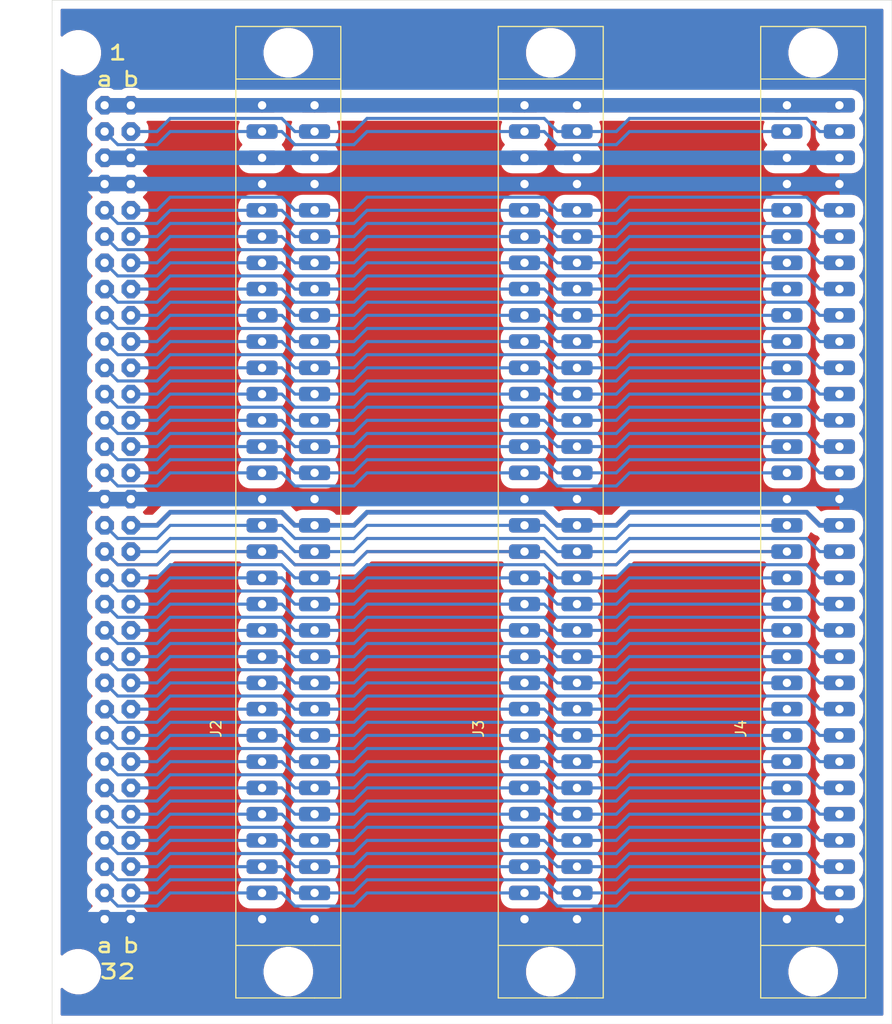
<source format=kicad_pcb>
(kicad_pcb (version 20171130) (host pcbnew "(5.1.4)-1")
  (layers (0 F.Cu signal) (31 B.Cu signal) (34 B.Paste user) (35 F.Paste user) (36 B.SilkS user) (37 F.SilkS user) (38 B.Mask user) (39 F.Mask user) (44 Edge.Cuts user))
  (net 0 "")
  (net 1 /A3)
  (net 2 /A1)
  (net 3 PHI1)
  (net 4 RAM.RW)
  (net 5 GND)
  (net 6 -5V)
  (net 7 /A15)
  (net 8 /A9)
  (net 9 /A7)
  (net 10 /A5)
  (net 11 /D5)
  (net 12 /D7)
  (net 13 IRQ)
  (net 14 RES)
  (net 15 /D3)
  (net 16 /D1)
  (net 17 -12V)
  (net 18 +5V)
  (net 19 RDY)
  (net 20 /D0)
  (net 21 /D2)
  (net 22 /D4)
  (net 23 /D6)
  (net 24 NMI)
  (net 25 SO)
  (net 26 +12V)
  (net 27 /A14)
  (net 28 /A12)
  (net 29 /A10)
  (net 30 /A8)
  (net 31 /A4)
  (net 32 /A0)
  (net 33 RW)
  (net 34 EX)
  (net 35 C15)
  (net 36 31C)
  (net 37 28C)
  (net 38 27C)
  (net 39 /A2)
  (net 40 /A6)
  (net 41 18C)
  (net 42 13C)
  (net 43 11C)
  (net 44 6C)
  (net 45 2C)
  (net 46 28A)
  (net 47 27A)
  (net 48 29A)
  (net 49 17A)
  (net 50 /A13)
  (net 51 /A11)
  (net 52 11A)
  (net 53 14A)
  (net 54 13A)
  (net 55 15A)
  (net 56 6A)
  (net 57 2A)
  (module elektor:DI41612-AC-F (layer F.Cu) (at 119.38 50.8 270)
    (fp_text reference J4 (at 60.32 4.45 90) (layer F.SilkS))
    (fp_text value C64AC)
    (pad "" np_thru_hole circle (at 83.82 -2.54 270) (size 3.2 3.2) (drill 3.2) (layers *.Cu *.Mask))
    (pad "" np_thru_hole circle (at -5.08 -2.54 270) (size 3.2 3.2) (drill 3.2) (layers *.Cu *.Mask))
    (pad A1 thru_hole roundrect (at 0 0 270) (size 1.4 3) (drill 0.81) (layers *.Cu *.Mask) (net 18 +5V))
    (pad A2 thru_hole roundrect (at 2.54 0 270) (size 1.4 3) (drill 0.81) (layers *.Cu *.Mask) (net 57 2A))
    (pad A3 thru_hole roundrect (at 5.08 0 270) (size 1.4 3) (drill 0.81) (layers *.Cu *.Mask) (net 17 -12V))
    (pad A4 thru_hole roundrect (at 7.62 0 270) (size 1.4 3) (drill 0.81) (layers *.Cu *.Mask) (net 5 GND))
    (pad A5 thru_hole roundrect (at 10.16 0 270) (size 1.4 3) (drill 0.81) (layers *.Cu *.Mask) (net 14 RES))
    (pad A6 thru_hole roundrect (at 12.7 0 270) (size 1.4 3) (drill 0.81) (layers *.Cu *.Mask) (net 56 6A))
    (pad A7 thru_hole roundrect (at 15.24 0 270) (size 1.4 3) (drill 0.81) (layers *.Cu *.Mask) (net 16 /D1))
    (pad A8 thru_hole roundrect (at 17.78 0 270) (size 1.4 3) (drill 0.81) (layers *.Cu *.Mask) (net 15 /D3))
    (pad A9 thru_hole roundrect (at 20.32 0 270) (size 1.4 3) (drill 0.81) (layers *.Cu *.Mask) (net 11 /D5))
    (pad A10 thru_hole roundrect (at 22.86 0 270) (size 1.4 3) (drill 0.81) (layers *.Cu *.Mask) (net 12 /D7))
    (pad A11 thru_hole roundrect (at 25.4 0 270) (size 1.4 3) (drill 0.81) (layers *.Cu *.Mask) (net 52 11A))
    (pad A12 thru_hole roundrect (at 27.94 0 270) (size 1.4 3) (drill 0.81) (layers *.Cu *.Mask) (net 13 IRQ))
    (pad A13 thru_hole roundrect (at 30.48 0 270) (size 1.4 3) (drill 0.81) (layers *.Cu *.Mask) (net 54 13A))
    (pad A14 thru_hole roundrect (at 33.02 0 270) (size 1.4 3) (drill 0.81) (layers *.Cu *.Mask) (net 53 14A))
    (pad A15 thru_hole roundrect (at 35.56 0 270) (size 1.4 3) (drill 0.81) (layers *.Cu *.Mask) (net 55 15A))
    (pad A16 thru_hole roundrect (at 38.1 0 270) (size 1.4 3) (drill 0.81) (layers *.Cu *.Mask) (net 5 GND))
    (pad A17 thru_hole roundrect (at 40.64 0 270) (size 1.4 3) (drill 0.81) (layers *.Cu *.Mask) (net 49 17A))
    (pad A18 thru_hole roundrect (at 43.18 0 270) (size 1.4 3) (drill 0.81) (layers *.Cu *.Mask) (net 6 -5V))
    (pad A19 thru_hole roundrect (at 45.72 0 270) (size 1.4 3) (drill 0.81) (layers *.Cu *.Mask) (net 7 /A15))
    (pad A20 thru_hole roundrect (at 48.26 0 270) (size 1.4 3) (drill 0.81) (layers *.Cu *.Mask) (net 50 /A13))
    (pad A21 thru_hole roundrect (at 50.8 0 270) (size 1.4 3) (drill 0.81) (layers *.Cu *.Mask) (net 51 /A11))
    (pad A22 thru_hole roundrect (at 53.34 0 270) (size 1.4 3) (drill 0.81) (layers *.Cu *.Mask) (net 8 /A9))
    (pad A23 thru_hole roundrect (at 55.88 0 270) (size 1.4 3) (drill 0.81) (layers *.Cu *.Mask) (net 9 /A7))
    (pad A24 thru_hole roundrect (at 58.42 0 270) (size 1.4 3) (drill 0.81) (layers *.Cu *.Mask) (net 10 /A5))
    (pad A25 thru_hole roundrect (at 60.96 0 270) (size 1.4 3) (drill 0.81) (layers *.Cu *.Mask) (net 1 /A3))
    (pad A26 thru_hole roundrect (at 63.5 0 270) (size 1.4 3) (drill 0.81) (layers *.Cu *.Mask) (net 2 /A1))
    (pad A27 thru_hole roundrect (at 66.04 0 270) (size 1.4 3) (drill 0.81) (layers *.Cu *.Mask) (net 47 27A))
    (pad A28 thru_hole roundrect (at 68.58 0 270) (size 1.4 3) (drill 0.81) (layers *.Cu *.Mask) (net 46 28A))
    (pad A29 thru_hole roundrect (at 71.12 0 270) (size 1.4 3) (drill 0.81) (layers *.Cu *.Mask) (net 48 29A))
    (pad A30 thru_hole roundrect (at 73.66 0 270) (size 1.4 3) (drill 0.81) (layers *.Cu *.Mask) (net 3 PHI1))
    (pad A31 thru_hole roundrect (at 76.2 0 270) (size 1.4 3) (drill 0.81) (layers *.Cu *.Mask) (net 4 RAM.RW))
    (pad A32 thru_hole roundrect (at 78.74 0 270) (size 1.4 3) (drill 0.81) (layers *.Cu *.Mask) (net 5 GND))
    (pad C1 thru_hole roundrect (at 0 -5.08 270) (size 1.4 3) (drill 0.81) (layers *.Cu *.Mask) (net 18 +5V))
    (pad C2 thru_hole roundrect (at 2.54 -5.08 270) (size 1.4 3) (drill 0.81) (layers *.Cu *.Mask) (net 45 2C))
    (pad C3 thru_hole roundrect (at 5.08 -5.08 270) (size 1.4 3) (drill 0.81) (layers *.Cu *.Mask) (net 17 -12V))
    (pad C4 thru_hole roundrect (at 7.62 -5.08 270) (size 1.4 3) (drill 0.81) (layers *.Cu *.Mask) (net 5 GND))
    (pad C5 thru_hole roundrect (at 10.16 -5.08 270) (size 1.4 3) (drill 0.81) (layers *.Cu *.Mask) (net 19 RDY))
    (pad C6 thru_hole roundrect (at 12.7 -5.08 270) (size 1.4 3) (drill 0.81) (layers *.Cu *.Mask) (net 44 6C))
    (pad C7 thru_hole roundrect (at 15.24 -5.08 270) (size 1.4 3) (drill 0.81) (layers *.Cu *.Mask) (net 20 /D0))
    (pad C8 thru_hole roundrect (at 17.78 -5.08 270) (size 1.4 3) (drill 0.81) (layers *.Cu *.Mask) (net 21 /D2))
    (pad C9 thru_hole roundrect (at 20.32 -5.08 270) (size 1.4 3) (drill 0.81) (layers *.Cu *.Mask) (net 22 /D4))
    (pad C10 thru_hole roundrect (at 22.86 -5.08 270) (size 1.4 3) (drill 0.81) (layers *.Cu *.Mask) (net 23 /D6))
    (pad C11 thru_hole roundrect (at 25.4 -5.08 270) (size 1.4 3) (drill 0.81) (layers *.Cu *.Mask) (net 43 11C))
    (pad C12 thru_hole roundrect (at 27.94 -5.08 270) (size 1.4 3) (drill 0.81) (layers *.Cu *.Mask) (net 24 NMI))
    (pad C13 thru_hole roundrect (at 30.48 -5.08 270) (size 1.4 3) (drill 0.81) (layers *.Cu *.Mask) (net 42 13C))
    (pad C14 thru_hole roundrect (at 33.02 -5.08 270) (size 1.4 3) (drill 0.81) (layers *.Cu *.Mask) (net 25 SO))
    (pad C15 thru_hole roundrect (at 35.56 -5.08 270) (size 1.4 3) (drill 0.81) (layers *.Cu *.Mask) (net 35 C15))
    (pad C16 thru_hole roundrect (at 38.1 -5.08 270) (size 1.4 3) (drill 0.81) (layers *.Cu *.Mask) (net 5 GND))
    (pad C17 thru_hole roundrect (at 40.64 -5.08 270) (size 1.4 3) (drill 0.81) (layers *.Cu *.Mask) (net 26 +12V))
    (pad C18 thru_hole roundrect (at 43.18 -5.08 270) (size 1.4 3) (drill 0.81) (layers *.Cu *.Mask) (net 41 18C))
    (pad C19 thru_hole roundrect (at 45.72 -5.08 270) (size 1.4 3) (drill 0.81) (layers *.Cu *.Mask) (net 27 /A14))
    (pad C20 thru_hole roundrect (at 48.26 -5.08 270) (size 1.4 3) (drill 0.81) (layers *.Cu *.Mask) (net 28 /A12))
    (pad C21 thru_hole roundrect (at 50.8 -5.08 270) (size 1.4 3) (drill 0.81) (layers *.Cu *.Mask) (net 29 /A10))
    (pad C22 thru_hole roundrect (at 53.34 -5.08 270) (size 1.4 3) (drill 0.81) (layers *.Cu *.Mask) (net 30 /A8))
    (pad C23 thru_hole roundrect (at 55.88 -5.08 270) (size 1.4 3) (drill 0.81) (layers *.Cu *.Mask) (net 40 /A6))
    (pad C24 thru_hole roundrect (at 58.42 -5.08 270) (size 1.4 3) (drill 0.81) (layers *.Cu *.Mask) (net 31 /A4))
    (pad C25 thru_hole roundrect (at 60.96 -5.08 270) (size 1.4 3) (drill 0.81) (layers *.Cu *.Mask) (net 39 /A2))
    (pad C26 thru_hole roundrect (at 63.5 -5.08 270) (size 1.4 3) (drill 0.81) (layers *.Cu *.Mask) (net 32 /A0))
    (pad C27 thru_hole roundrect (at 66.04 -5.08 270) (size 1.4 3) (drill 0.81) (layers *.Cu *.Mask) (net 38 27C))
    (pad C28 thru_hole roundrect (at 68.58 -5.08 270) (size 1.4 3) (drill 0.81) (layers *.Cu *.Mask) (net 37 28C))
    (pad C29 thru_hole roundrect (at 71.12 -5.08 270) (size 1.4 3) (drill 0.81) (layers *.Cu *.Mask) (net 33 RW))
    (pad C30 thru_hole roundrect (at 73.66 -5.08 270) (size 1.4 3) (drill 0.81) (layers *.Cu *.Mask) (net 34 EX))
    (pad C31 thru_hole roundrect (at 76.2 -5.08 270) (size 1.4 3) (drill 0.81) (layers *.Cu *.Mask) (net 36 31C))
    (pad C32 thru_hole roundrect (at 78.74 -5.08 270) (size 1.4 3) (drill 0.81) (layers *.Cu *.Mask) (net 5 GND))
  )
  (module elektor:DI41612-AC-F (layer F.Cu) (at 93.98 50.8 270)
    (fp_text reference J3 (at 60.32 4.45 90) (layer F.SilkS))
    (fp_text value C64AC)
    (pad "" np_thru_hole circle (at 83.82 -2.54 270) (size 3.2 3.2) (drill 3.2) (layers *.Cu *.Mask))
    (pad "" np_thru_hole circle (at -5.08 -2.54 270) (size 3.2 3.2) (drill 3.2) (layers *.Cu *.Mask))
    (pad A1 thru_hole roundrect (at 0 0 270) (size 1.4 3) (drill 0.81) (layers *.Cu *.Mask) (net 18 +5V))
    (pad A2 thru_hole roundrect (at 2.54 0 270) (size 1.4 3) (drill 0.81) (layers *.Cu *.Mask) (net 57 2A))
    (pad A3 thru_hole roundrect (at 5.08 0 270) (size 1.4 3) (drill 0.81) (layers *.Cu *.Mask) (net 17 -12V))
    (pad A4 thru_hole roundrect (at 7.62 0 270) (size 1.4 3) (drill 0.81) (layers *.Cu *.Mask) (net 5 GND))
    (pad A5 thru_hole roundrect (at 10.16 0 270) (size 1.4 3) (drill 0.81) (layers *.Cu *.Mask) (net 14 RES))
    (pad A6 thru_hole roundrect (at 12.7 0 270) (size 1.4 3) (drill 0.81) (layers *.Cu *.Mask) (net 56 6A))
    (pad A7 thru_hole roundrect (at 15.24 0 270) (size 1.4 3) (drill 0.81) (layers *.Cu *.Mask) (net 16 /D1))
    (pad A8 thru_hole roundrect (at 17.78 0 270) (size 1.4 3) (drill 0.81) (layers *.Cu *.Mask) (net 15 /D3))
    (pad A9 thru_hole roundrect (at 20.32 0 270) (size 1.4 3) (drill 0.81) (layers *.Cu *.Mask) (net 11 /D5))
    (pad A10 thru_hole roundrect (at 22.86 0 270) (size 1.4 3) (drill 0.81) (layers *.Cu *.Mask) (net 12 /D7))
    (pad A11 thru_hole roundrect (at 25.4 0 270) (size 1.4 3) (drill 0.81) (layers *.Cu *.Mask) (net 52 11A))
    (pad A12 thru_hole roundrect (at 27.94 0 270) (size 1.4 3) (drill 0.81) (layers *.Cu *.Mask) (net 13 IRQ))
    (pad A13 thru_hole roundrect (at 30.48 0 270) (size 1.4 3) (drill 0.81) (layers *.Cu *.Mask) (net 54 13A))
    (pad A14 thru_hole roundrect (at 33.02 0 270) (size 1.4 3) (drill 0.81) (layers *.Cu *.Mask) (net 53 14A))
    (pad A15 thru_hole roundrect (at 35.56 0 270) (size 1.4 3) (drill 0.81) (layers *.Cu *.Mask) (net 55 15A))
    (pad A16 thru_hole roundrect (at 38.1 0 270) (size 1.4 3) (drill 0.81) (layers *.Cu *.Mask) (net 5 GND))
    (pad A17 thru_hole roundrect (at 40.64 0 270) (size 1.4 3) (drill 0.81) (layers *.Cu *.Mask) (net 49 17A))
    (pad A18 thru_hole roundrect (at 43.18 0 270) (size 1.4 3) (drill 0.81) (layers *.Cu *.Mask) (net 6 -5V))
    (pad A19 thru_hole roundrect (at 45.72 0 270) (size 1.4 3) (drill 0.81) (layers *.Cu *.Mask) (net 7 /A15))
    (pad A20 thru_hole roundrect (at 48.26 0 270) (size 1.4 3) (drill 0.81) (layers *.Cu *.Mask) (net 50 /A13))
    (pad A21 thru_hole roundrect (at 50.8 0 270) (size 1.4 3) (drill 0.81) (layers *.Cu *.Mask) (net 51 /A11))
    (pad A22 thru_hole roundrect (at 53.34 0 270) (size 1.4 3) (drill 0.81) (layers *.Cu *.Mask) (net 8 /A9))
    (pad A23 thru_hole roundrect (at 55.88 0 270) (size 1.4 3) (drill 0.81) (layers *.Cu *.Mask) (net 9 /A7))
    (pad A24 thru_hole roundrect (at 58.42 0 270) (size 1.4 3) (drill 0.81) (layers *.Cu *.Mask) (net 10 /A5))
    (pad A25 thru_hole roundrect (at 60.96 0 270) (size 1.4 3) (drill 0.81) (layers *.Cu *.Mask) (net 1 /A3))
    (pad A26 thru_hole roundrect (at 63.5 0 270) (size 1.4 3) (drill 0.81) (layers *.Cu *.Mask) (net 2 /A1))
    (pad A27 thru_hole roundrect (at 66.04 0 270) (size 1.4 3) (drill 0.81) (layers *.Cu *.Mask) (net 47 27A))
    (pad A28 thru_hole roundrect (at 68.58 0 270) (size 1.4 3) (drill 0.81) (layers *.Cu *.Mask) (net 46 28A))
    (pad A29 thru_hole roundrect (at 71.12 0 270) (size 1.4 3) (drill 0.81) (layers *.Cu *.Mask) (net 48 29A))
    (pad A30 thru_hole roundrect (at 73.66 0 270) (size 1.4 3) (drill 0.81) (layers *.Cu *.Mask) (net 3 PHI1))
    (pad A31 thru_hole roundrect (at 76.2 0 270) (size 1.4 3) (drill 0.81) (layers *.Cu *.Mask) (net 4 RAM.RW))
    (pad A32 thru_hole roundrect (at 78.74 0 270) (size 1.4 3) (drill 0.81) (layers *.Cu *.Mask) (net 5 GND))
    (pad C1 thru_hole roundrect (at 0 -5.08 270) (size 1.4 3) (drill 0.81) (layers *.Cu *.Mask) (net 18 +5V))
    (pad C2 thru_hole roundrect (at 2.54 -5.08 270) (size 1.4 3) (drill 0.81) (layers *.Cu *.Mask) (net 45 2C))
    (pad C3 thru_hole roundrect (at 5.08 -5.08 270) (size 1.4 3) (drill 0.81) (layers *.Cu *.Mask) (net 17 -12V))
    (pad C4 thru_hole roundrect (at 7.62 -5.08 270) (size 1.4 3) (drill 0.81) (layers *.Cu *.Mask) (net 5 GND))
    (pad C5 thru_hole roundrect (at 10.16 -5.08 270) (size 1.4 3) (drill 0.81) (layers *.Cu *.Mask) (net 19 RDY))
    (pad C6 thru_hole roundrect (at 12.7 -5.08 270) (size 1.4 3) (drill 0.81) (layers *.Cu *.Mask) (net 44 6C))
    (pad C7 thru_hole roundrect (at 15.24 -5.08 270) (size 1.4 3) (drill 0.81) (layers *.Cu *.Mask) (net 20 /D0))
    (pad C8 thru_hole roundrect (at 17.78 -5.08 270) (size 1.4 3) (drill 0.81) (layers *.Cu *.Mask) (net 21 /D2))
    (pad C9 thru_hole roundrect (at 20.32 -5.08 270) (size 1.4 3) (drill 0.81) (layers *.Cu *.Mask) (net 22 /D4))
    (pad C10 thru_hole roundrect (at 22.86 -5.08 270) (size 1.4 3) (drill 0.81) (layers *.Cu *.Mask) (net 23 /D6))
    (pad C11 thru_hole roundrect (at 25.4 -5.08 270) (size 1.4 3) (drill 0.81) (layers *.Cu *.Mask) (net 43 11C))
    (pad C12 thru_hole roundrect (at 27.94 -5.08 270) (size 1.4 3) (drill 0.81) (layers *.Cu *.Mask) (net 24 NMI))
    (pad C13 thru_hole roundrect (at 30.48 -5.08 270) (size 1.4 3) (drill 0.81) (layers *.Cu *.Mask) (net 42 13C))
    (pad C14 thru_hole roundrect (at 33.02 -5.08 270) (size 1.4 3) (drill 0.81) (layers *.Cu *.Mask) (net 25 SO))
    (pad C15 thru_hole roundrect (at 35.56 -5.08 270) (size 1.4 3) (drill 0.81) (layers *.Cu *.Mask) (net 35 C15))
    (pad C16 thru_hole roundrect (at 38.1 -5.08 270) (size 1.4 3) (drill 0.81) (layers *.Cu *.Mask) (net 5 GND))
    (pad C17 thru_hole roundrect (at 40.64 -5.08 270) (size 1.4 3) (drill 0.81) (layers *.Cu *.Mask) (net 26 +12V))
    (pad C18 thru_hole roundrect (at 43.18 -5.08 270) (size 1.4 3) (drill 0.81) (layers *.Cu *.Mask) (net 41 18C))
    (pad C19 thru_hole roundrect (at 45.72 -5.08 270) (size 1.4 3) (drill 0.81) (layers *.Cu *.Mask) (net 27 /A14))
    (pad C20 thru_hole roundrect (at 48.26 -5.08 270) (size 1.4 3) (drill 0.81) (layers *.Cu *.Mask) (net 28 /A12))
    (pad C21 thru_hole roundrect (at 50.8 -5.08 270) (size 1.4 3) (drill 0.81) (layers *.Cu *.Mask) (net 29 /A10))
    (pad C22 thru_hole roundrect (at 53.34 -5.08 270) (size 1.4 3) (drill 0.81) (layers *.Cu *.Mask) (net 30 /A8))
    (pad C23 thru_hole roundrect (at 55.88 -5.08 270) (size 1.4 3) (drill 0.81) (layers *.Cu *.Mask) (net 40 /A6))
    (pad C24 thru_hole roundrect (at 58.42 -5.08 270) (size 1.4 3) (drill 0.81) (layers *.Cu *.Mask) (net 31 /A4))
    (pad C25 thru_hole roundrect (at 60.96 -5.08 270) (size 1.4 3) (drill 0.81) (layers *.Cu *.Mask) (net 39 /A2))
    (pad C26 thru_hole roundrect (at 63.5 -5.08 270) (size 1.4 3) (drill 0.81) (layers *.Cu *.Mask) (net 32 /A0))
    (pad C27 thru_hole roundrect (at 66.04 -5.08 270) (size 1.4 3) (drill 0.81) (layers *.Cu *.Mask) (net 38 27C))
    (pad C28 thru_hole roundrect (at 68.58 -5.08 270) (size 1.4 3) (drill 0.81) (layers *.Cu *.Mask) (net 37 28C))
    (pad C29 thru_hole roundrect (at 71.12 -5.08 270) (size 1.4 3) (drill 0.81) (layers *.Cu *.Mask) (net 33 RW))
    (pad C30 thru_hole roundrect (at 73.66 -5.08 270) (size 1.4 3) (drill 0.81) (layers *.Cu *.Mask) (net 34 EX))
    (pad C31 thru_hole roundrect (at 76.2 -5.08 270) (size 1.4 3) (drill 0.81) (layers *.Cu *.Mask) (net 36 31C))
    (pad C32 thru_hole roundrect (at 78.74 -5.08 270) (size 1.4 3) (drill 0.81) (layers *.Cu *.Mask) (net 5 GND))
  )
  (module elektor:DI41612-AC-F (layer F.Cu) (at 68.58 50.8 270)
    (fp_text reference J2 (at 60.32 4.45 90) (layer F.SilkS))
    (fp_text value C64AC)
    (pad "" np_thru_hole circle (at 83.82 -2.54 270) (size 3.2 3.2) (drill 3.2) (layers *.Cu *.Mask))
    (pad "" np_thru_hole circle (at -5.08 -2.54 270) (size 3.2 3.2) (drill 3.2) (layers *.Cu *.Mask))
    (pad A1 thru_hole roundrect (at 0 0 270) (size 1.4 3) (drill 0.81) (layers *.Cu *.Mask) (net 18 +5V))
    (pad A2 thru_hole roundrect (at 2.54 0 270) (size 1.4 3) (drill 0.81) (layers *.Cu *.Mask) (net 57 2A))
    (pad A3 thru_hole roundrect (at 5.08 0 270) (size 1.4 3) (drill 0.81) (layers *.Cu *.Mask) (net 17 -12V))
    (pad A4 thru_hole roundrect (at 7.62 0 270) (size 1.4 3) (drill 0.81) (layers *.Cu *.Mask) (net 5 GND))
    (pad A5 thru_hole roundrect (at 10.16 0 270) (size 1.4 3) (drill 0.81) (layers *.Cu *.Mask) (net 14 RES))
    (pad A6 thru_hole roundrect (at 12.7 0 270) (size 1.4 3) (drill 0.81) (layers *.Cu *.Mask) (net 56 6A))
    (pad A7 thru_hole roundrect (at 15.24 0 270) (size 1.4 3) (drill 0.81) (layers *.Cu *.Mask) (net 16 /D1))
    (pad A8 thru_hole roundrect (at 17.78 0 270) (size 1.4 3) (drill 0.81) (layers *.Cu *.Mask) (net 15 /D3))
    (pad A9 thru_hole roundrect (at 20.32 0 270) (size 1.4 3) (drill 0.81) (layers *.Cu *.Mask) (net 11 /D5))
    (pad A10 thru_hole roundrect (at 22.86 0 270) (size 1.4 3) (drill 0.81) (layers *.Cu *.Mask) (net 12 /D7))
    (pad A11 thru_hole roundrect (at 25.4 0 270) (size 1.4 3) (drill 0.81) (layers *.Cu *.Mask) (net 52 11A))
    (pad A12 thru_hole roundrect (at 27.94 0 270) (size 1.4 3) (drill 0.81) (layers *.Cu *.Mask) (net 13 IRQ))
    (pad A13 thru_hole roundrect (at 30.48 0 270) (size 1.4 3) (drill 0.81) (layers *.Cu *.Mask) (net 54 13A))
    (pad A14 thru_hole roundrect (at 33.02 0 270) (size 1.4 3) (drill 0.81) (layers *.Cu *.Mask) (net 53 14A))
    (pad A15 thru_hole roundrect (at 35.56 0 270) (size 1.4 3) (drill 0.81) (layers *.Cu *.Mask) (net 55 15A))
    (pad A16 thru_hole roundrect (at 38.1 0 270) (size 1.4 3) (drill 0.81) (layers *.Cu *.Mask) (net 5 GND))
    (pad A17 thru_hole roundrect (at 40.64 0 270) (size 1.4 3) (drill 0.81) (layers *.Cu *.Mask) (net 49 17A))
    (pad A18 thru_hole roundrect (at 43.18 0 270) (size 1.4 3) (drill 0.81) (layers *.Cu *.Mask) (net 6 -5V))
    (pad A19 thru_hole roundrect (at 45.72 0 270) (size 1.4 3) (drill 0.81) (layers *.Cu *.Mask) (net 7 /A15))
    (pad A20 thru_hole roundrect (at 48.26 0 270) (size 1.4 3) (drill 0.81) (layers *.Cu *.Mask) (net 50 /A13))
    (pad A21 thru_hole roundrect (at 50.8 0 270) (size 1.4 3) (drill 0.81) (layers *.Cu *.Mask) (net 51 /A11))
    (pad A22 thru_hole roundrect (at 53.34 0 270) (size 1.4 3) (drill 0.81) (layers *.Cu *.Mask) (net 8 /A9))
    (pad A23 thru_hole roundrect (at 55.88 0 270) (size 1.4 3) (drill 0.81) (layers *.Cu *.Mask) (net 9 /A7))
    (pad A24 thru_hole roundrect (at 58.42 0 270) (size 1.4 3) (drill 0.81) (layers *.Cu *.Mask) (net 10 /A5))
    (pad A25 thru_hole roundrect (at 60.96 0 270) (size 1.4 3) (drill 0.81) (layers *.Cu *.Mask) (net 1 /A3))
    (pad A26 thru_hole roundrect (at 63.5 0 270) (size 1.4 3) (drill 0.81) (layers *.Cu *.Mask) (net 2 /A1))
    (pad A27 thru_hole roundrect (at 66.04 0 270) (size 1.4 3) (drill 0.81) (layers *.Cu *.Mask) (net 47 27A))
    (pad A28 thru_hole roundrect (at 68.58 0 270) (size 1.4 3) (drill 0.81) (layers *.Cu *.Mask) (net 46 28A))
    (pad A29 thru_hole roundrect (at 71.12 0 270) (size 1.4 3) (drill 0.81) (layers *.Cu *.Mask) (net 48 29A))
    (pad A30 thru_hole roundrect (at 73.66 0 270) (size 1.4 3) (drill 0.81) (layers *.Cu *.Mask) (net 3 PHI1))
    (pad A31 thru_hole roundrect (at 76.2 0 270) (size 1.4 3) (drill 0.81) (layers *.Cu *.Mask) (net 4 RAM.RW))
    (pad A32 thru_hole roundrect (at 78.74 0 270) (size 1.4 3) (drill 0.81) (layers *.Cu *.Mask) (net 5 GND))
    (pad C1 thru_hole roundrect (at 0 -5.08 270) (size 1.4 3) (drill 0.81) (layers *.Cu *.Mask) (net 18 +5V))
    (pad C2 thru_hole roundrect (at 2.54 -5.08 270) (size 1.4 3) (drill 0.81) (layers *.Cu *.Mask) (net 45 2C))
    (pad C3 thru_hole roundrect (at 5.08 -5.08 270) (size 1.4 3) (drill 0.81) (layers *.Cu *.Mask) (net 17 -12V))
    (pad C4 thru_hole roundrect (at 7.62 -5.08 270) (size 1.4 3) (drill 0.81) (layers *.Cu *.Mask) (net 5 GND))
    (pad C5 thru_hole roundrect (at 10.16 -5.08 270) (size 1.4 3) (drill 0.81) (layers *.Cu *.Mask) (net 19 RDY))
    (pad C6 thru_hole roundrect (at 12.7 -5.08 270) (size 1.4 3) (drill 0.81) (layers *.Cu *.Mask) (net 44 6C))
    (pad C7 thru_hole roundrect (at 15.24 -5.08 270) (size 1.4 3) (drill 0.81) (layers *.Cu *.Mask) (net 20 /D0))
    (pad C8 thru_hole roundrect (at 17.78 -5.08 270) (size 1.4 3) (drill 0.81) (layers *.Cu *.Mask) (net 21 /D2))
    (pad C9 thru_hole roundrect (at 20.32 -5.08 270) (size 1.4 3) (drill 0.81) (layers *.Cu *.Mask) (net 22 /D4))
    (pad C10 thru_hole roundrect (at 22.86 -5.08 270) (size 1.4 3) (drill 0.81) (layers *.Cu *.Mask) (net 23 /D6))
    (pad C11 thru_hole roundrect (at 25.4 -5.08 270) (size 1.4 3) (drill 0.81) (layers *.Cu *.Mask) (net 43 11C))
    (pad C12 thru_hole roundrect (at 27.94 -5.08 270) (size 1.4 3) (drill 0.81) (layers *.Cu *.Mask) (net 24 NMI))
    (pad C13 thru_hole roundrect (at 30.48 -5.08 270) (size 1.4 3) (drill 0.81) (layers *.Cu *.Mask) (net 42 13C))
    (pad C14 thru_hole roundrect (at 33.02 -5.08 270) (size 1.4 3) (drill 0.81) (layers *.Cu *.Mask) (net 25 SO))
    (pad C15 thru_hole roundrect (at 35.56 -5.08 270) (size 1.4 3) (drill 0.81) (layers *.Cu *.Mask) (net 35 C15))
    (pad C16 thru_hole roundrect (at 38.1 -5.08 270) (size 1.4 3) (drill 0.81) (layers *.Cu *.Mask) (net 5 GND))
    (pad C17 thru_hole roundrect (at 40.64 -5.08 270) (size 1.4 3) (drill 0.81) (layers *.Cu *.Mask) (net 26 +12V))
    (pad C18 thru_hole roundrect (at 43.18 -5.08 270) (size 1.4 3) (drill 0.81) (layers *.Cu *.Mask) (net 41 18C))
    (pad C19 thru_hole roundrect (at 45.72 -5.08 270) (size 1.4 3) (drill 0.81) (layers *.Cu *.Mask) (net 27 /A14))
    (pad C20 thru_hole roundrect (at 48.26 -5.08 270) (size 1.4 3) (drill 0.81) (layers *.Cu *.Mask) (net 28 /A12))
    (pad C21 thru_hole roundrect (at 50.8 -5.08 270) (size 1.4 3) (drill 0.81) (layers *.Cu *.Mask) (net 29 /A10))
    (pad C22 thru_hole roundrect (at 53.34 -5.08 270) (size 1.4 3) (drill 0.81) (layers *.Cu *.Mask) (net 30 /A8))
    (pad C23 thru_hole roundrect (at 55.88 -5.08 270) (size 1.4 3) (drill 0.81) (layers *.Cu *.Mask) (net 40 /A6))
    (pad C24 thru_hole roundrect (at 58.42 -5.08 270) (size 1.4 3) (drill 0.81) (layers *.Cu *.Mask) (net 31 /A4))
    (pad C25 thru_hole roundrect (at 60.96 -5.08 270) (size 1.4 3) (drill 0.81) (layers *.Cu *.Mask) (net 39 /A2))
    (pad C26 thru_hole roundrect (at 63.5 -5.08 270) (size 1.4 3) (drill 0.81) (layers *.Cu *.Mask) (net 32 /A0))
    (pad C27 thru_hole roundrect (at 66.04 -5.08 270) (size 1.4 3) (drill 0.81) (layers *.Cu *.Mask) (net 38 27C))
    (pad C28 thru_hole roundrect (at 68.58 -5.08 270) (size 1.4 3) (drill 0.81) (layers *.Cu *.Mask) (net 37 28C))
    (pad C29 thru_hole roundrect (at 71.12 -5.08 270) (size 1.4 3) (drill 0.81) (layers *.Cu *.Mask) (net 33 RW))
    (pad C30 thru_hole roundrect (at 73.66 -5.08 270) (size 1.4 3) (drill 0.81) (layers *.Cu *.Mask) (net 34 EX))
    (pad C31 thru_hole roundrect (at 76.2 -5.08 270) (size 1.4 3) (drill 0.81) (layers *.Cu *.Mask) (net 36 31C))
    (pad C32 thru_hole roundrect (at 78.74 -5.08 270) (size 1.4 3) (drill 0.81) (layers *.Cu *.Mask) (net 5 GND))
  )
  (module elektor:DIN-41612-AB (layer F.Cu) (at 55.88 50.8)
    (fp_text reference J1 hide)
    (fp_text value C64AB)
    (fp_text user 32 (at -1.27 83.82) (layer F.SilkS) (effects (font (size 1.4 1.8) (thickness 0.25))))
    (fp_text user b (at 0 81.28) (layer F.SilkS) (effects (font (size 1.4 1.8) (thickness 0.25))))
    (fp_text user a (at -2.54 81.28) (layer F.SilkS) (effects (font (size 1.4 1.8) (thickness 0.25))))
    (fp_text user 1 (at -1.27 -5.08) (layer F.SilkS) (effects (font (size 1.4 1.8) (thickness 0.25))))
    (fp_text user b (at 0 -2.54) (layer F.SilkS) (effects (font (size 1.4 1.8) (thickness 0.25))))
    (fp_text user a (at -2.54 -2.54) (layer F.SilkS) (effects (font (size 1.4 1.8) (thickness 0.25))))
    (pad B32 thru_hole custom (at 0 78.74) (size 1.524 1.524) (drill 0.8) (layers *.Cu *.Mask) (net 5 GND) (options (clearance outline) (anchor circle)) (primitives (gr_poly (pts (xy -0.9 0.35) (xy -0.9 -0.35) (xy -0.35 -0.9) (xy 0.35 -0.9) (xy 0.9 -0.35) (xy 0.9 0.35) (xy 0.35 0.9) (xy -0.35 0.9)) (width 0))))
    (pad B31 thru_hole custom (at 0 76.2) (size 1.524 1.524) (drill 0.8) (layers *.Cu *.Mask) (net 36 31C) (options (clearance outline) (anchor circle)) (primitives (gr_poly (pts (xy -0.9 0.35) (xy -0.9 -0.35) (xy -0.35 -0.9) (xy 0.35 -0.9) (xy 0.9 -0.35) (xy 0.9 0.35) (xy 0.35 0.9) (xy -0.35 0.9)) (width 0))))
    (pad B30 thru_hole custom (at 0 73.66) (size 1.524 1.524) (drill 0.8) (layers *.Cu *.Mask) (net 34 EX) (options (clearance outline) (anchor circle)) (primitives (gr_poly (pts (xy -0.9 0.35) (xy -0.9 -0.35) (xy -0.35 -0.9) (xy 0.35 -0.9) (xy 0.9 -0.35) (xy 0.9 0.35) (xy 0.35 0.9) (xy -0.35 0.9)) (width 0))))
    (pad B29 thru_hole custom (at 0 71.12) (size 1.524 1.524) (drill 0.8) (layers *.Cu *.Mask) (net 33 RW) (options (clearance outline) (anchor circle)) (primitives (gr_poly (pts (xy -0.9 0.35) (xy -0.9 -0.35) (xy -0.35 -0.9) (xy 0.35 -0.9) (xy 0.9 -0.35) (xy 0.9 0.35) (xy 0.35 0.9) (xy -0.35 0.9)) (width 0))))
    (pad B28 thru_hole custom (at 0 68.58) (size 1.524 1.524) (drill 0.8) (layers *.Cu *.Mask) (net 37 28C) (options (clearance outline) (anchor circle)) (primitives (gr_poly (pts (xy -0.9 0.35) (xy -0.9 -0.35) (xy -0.35 -0.9) (xy 0.35 -0.9) (xy 0.9 -0.35) (xy 0.9 0.35) (xy 0.35 0.9) (xy -0.35 0.9)) (width 0))))
    (pad B27 thru_hole custom (at 0 66.04) (size 1.524 1.524) (drill 0.8) (layers *.Cu *.Mask) (net 38 27C) (options (clearance outline) (anchor circle)) (primitives (gr_poly (pts (xy -0.9 0.35) (xy -0.9 -0.35) (xy -0.35 -0.9) (xy 0.35 -0.9) (xy 0.9 -0.35) (xy 0.9 0.35) (xy 0.35 0.9) (xy -0.35 0.9)) (width 0))))
    (pad B26 thru_hole custom (at 0 63.5) (size 1.524 1.524) (drill 0.8) (layers *.Cu *.Mask) (net 32 /A0) (options (clearance outline) (anchor circle)) (primitives (gr_poly (pts (xy -0.9 0.35) (xy -0.9 -0.35) (xy -0.35 -0.9) (xy 0.35 -0.9) (xy 0.9 -0.35) (xy 0.9 0.35) (xy 0.35 0.9) (xy -0.35 0.9)) (width 0))))
    (pad B25 thru_hole custom (at 0 60.96) (size 1.524 1.524) (drill 0.8) (layers *.Cu *.Mask) (net 39 /A2) (options (clearance outline) (anchor circle)) (primitives (gr_poly (pts (xy -0.9 0.35) (xy -0.9 -0.35) (xy -0.35 -0.9) (xy 0.35 -0.9) (xy 0.9 -0.35) (xy 0.9 0.35) (xy 0.35 0.9) (xy -0.35 0.9)) (width 0))))
    (pad B24 thru_hole custom (at 0 58.42) (size 1.524 1.524) (drill 0.8) (layers *.Cu *.Mask) (net 31 /A4) (options (clearance outline) (anchor circle)) (primitives (gr_poly (pts (xy -0.9 0.35) (xy -0.9 -0.35) (xy -0.35 -0.9) (xy 0.35 -0.9) (xy 0.9 -0.35) (xy 0.9 0.35) (xy 0.35 0.9) (xy -0.35 0.9)) (width 0))))
    (pad B23 thru_hole custom (at 0 55.88) (size 1.524 1.524) (drill 0.8) (layers *.Cu *.Mask) (net 40 /A6) (options (clearance outline) (anchor circle)) (primitives (gr_poly (pts (xy -0.9 0.35) (xy -0.9 -0.35) (xy -0.35 -0.9) (xy 0.35 -0.9) (xy 0.9 -0.35) (xy 0.9 0.35) (xy 0.35 0.9) (xy -0.35 0.9)) (width 0))))
    (pad B22 thru_hole custom (at 0 53.34) (size 1.524 1.524) (drill 0.8) (layers *.Cu *.Mask) (net 30 /A8) (options (clearance outline) (anchor circle)) (primitives (gr_poly (pts (xy -0.9 0.35) (xy -0.9 -0.35) (xy -0.35 -0.9) (xy 0.35 -0.9) (xy 0.9 -0.35) (xy 0.9 0.35) (xy 0.35 0.9) (xy -0.35 0.9)) (width 0))))
    (pad B21 thru_hole custom (at 0 50.8) (size 1.524 1.524) (drill 0.8) (layers *.Cu *.Mask) (net 29 /A10) (options (clearance outline) (anchor circle)) (primitives (gr_poly (pts (xy -0.9 0.35) (xy -0.9 -0.35) (xy -0.35 -0.9) (xy 0.35 -0.9) (xy 0.9 -0.35) (xy 0.9 0.35) (xy 0.35 0.9) (xy -0.35 0.9)) (width 0))))
    (pad B20 thru_hole custom (at 0 48.26) (size 1.524 1.524) (drill 0.8) (layers *.Cu *.Mask) (net 28 /A12) (options (clearance outline) (anchor circle)) (primitives (gr_poly (pts (xy -0.9 0.35) (xy -0.9 -0.35) (xy -0.35 -0.9) (xy 0.35 -0.9) (xy 0.9 -0.35) (xy 0.9 0.35) (xy 0.35 0.9) (xy -0.35 0.9)) (width 0))))
    (pad B19 thru_hole custom (at 0 45.72) (size 1.524 1.524) (drill 0.8) (layers *.Cu *.Mask) (net 27 /A14) (options (clearance outline) (anchor circle)) (primitives (gr_poly (pts (xy -0.9 0.35) (xy -0.9 -0.35) (xy -0.35 -0.9) (xy 0.35 -0.9) (xy 0.9 -0.35) (xy 0.9 0.35) (xy 0.35 0.9) (xy -0.35 0.9)) (width 0))))
    (pad B18 thru_hole custom (at 0 43.18) (size 1.524 1.524) (drill 0.8) (layers *.Cu *.Mask) (net 41 18C) (options (clearance outline) (anchor circle)) (primitives (gr_poly (pts (xy -0.9 0.35) (xy -0.9 -0.35) (xy -0.35 -0.9) (xy 0.35 -0.9) (xy 0.9 -0.35) (xy 0.9 0.35) (xy 0.35 0.9) (xy -0.35 0.9)) (width 0))))
    (pad B17 thru_hole custom (at 0 40.64) (size 1.524 1.524) (drill 0.8) (layers *.Cu *.Mask) (net 26 +12V) (options (clearance outline) (anchor circle)) (primitives (gr_poly (pts (xy -0.9 0.35) (xy -0.9 -0.35) (xy -0.35 -0.9) (xy 0.35 -0.9) (xy 0.9 -0.35) (xy 0.9 0.35) (xy 0.35 0.9) (xy -0.35 0.9)) (width 0))))
    (pad B16 thru_hole custom (at 0 38.1) (size 1.524 1.524) (drill 0.8) (layers *.Cu *.Mask) (net 5 GND) (options (clearance outline) (anchor circle)) (primitives (gr_poly (pts (xy -0.9 0.35) (xy -0.9 -0.35) (xy -0.35 -0.9) (xy 0.35 -0.9) (xy 0.9 -0.35) (xy 0.9 0.35) (xy 0.35 0.9) (xy -0.35 0.9)) (width 0))))
    (pad B15 thru_hole custom (at 0 35.56) (size 1.524 1.524) (drill 0.8) (layers *.Cu *.Mask) (net 35 C15) (options (clearance outline) (anchor circle)) (primitives (gr_poly (pts (xy -0.9 0.35) (xy -0.9 -0.35) (xy -0.35 -0.9) (xy 0.35 -0.9) (xy 0.9 -0.35) (xy 0.9 0.35) (xy 0.35 0.9) (xy -0.35 0.9)) (width 0))))
    (pad B14 thru_hole custom (at 0 33.02) (size 1.524 1.524) (drill 0.8) (layers *.Cu *.Mask) (net 25 SO) (options (clearance outline) (anchor circle)) (primitives (gr_poly (pts (xy -0.9 0.35) (xy -0.9 -0.35) (xy -0.35 -0.9) (xy 0.35 -0.9) (xy 0.9 -0.35) (xy 0.9 0.35) (xy 0.35 0.9) (xy -0.35 0.9)) (width 0))))
    (pad B13 thru_hole custom (at 0 30.48) (size 1.524 1.524) (drill 0.8) (layers *.Cu *.Mask) (net 42 13C) (options (clearance outline) (anchor circle)) (primitives (gr_poly (pts (xy -0.9 0.35) (xy -0.9 -0.35) (xy -0.35 -0.9) (xy 0.35 -0.9) (xy 0.9 -0.35) (xy 0.9 0.35) (xy 0.35 0.9) (xy -0.35 0.9)) (width 0))))
    (pad B12 thru_hole custom (at 0 27.94) (size 1.524 1.524) (drill 0.8) (layers *.Cu *.Mask) (net 24 NMI) (options (clearance outline) (anchor circle)) (primitives (gr_poly (pts (xy -0.9 0.35) (xy -0.9 -0.35) (xy -0.35 -0.9) (xy 0.35 -0.9) (xy 0.9 -0.35) (xy 0.9 0.35) (xy 0.35 0.9) (xy -0.35 0.9)) (width 0))))
    (pad B11 thru_hole custom (at 0 25.4) (size 1.524 1.524) (drill 0.8) (layers *.Cu *.Mask) (net 43 11C) (options (clearance outline) (anchor circle)) (primitives (gr_poly (pts (xy -0.9 0.35) (xy -0.9 -0.35) (xy -0.35 -0.9) (xy 0.35 -0.9) (xy 0.9 -0.35) (xy 0.9 0.35) (xy 0.35 0.9) (xy -0.35 0.9)) (width 0))))
    (pad B10 thru_hole custom (at 0 22.86) (size 1.524 1.524) (drill 0.8) (layers *.Cu *.Mask) (net 23 /D6) (options (clearance outline) (anchor circle)) (primitives (gr_poly (pts (xy -0.9 0.35) (xy -0.9 -0.35) (xy -0.35 -0.9) (xy 0.35 -0.9) (xy 0.9 -0.35) (xy 0.9 0.35) (xy 0.35 0.9) (xy -0.35 0.9)) (width 0))))
    (pad B9 thru_hole custom (at 0 20.32) (size 1.524 1.524) (drill 0.8) (layers *.Cu *.Mask) (net 22 /D4) (options (clearance outline) (anchor circle)) (primitives (gr_poly (pts (xy -0.9 0.35) (xy -0.9 -0.35) (xy -0.35 -0.9) (xy 0.35 -0.9) (xy 0.9 -0.35) (xy 0.9 0.35) (xy 0.35 0.9) (xy -0.35 0.9)) (width 0))))
    (pad B8 thru_hole custom (at 0 17.78) (size 1.524 1.524) (drill 0.8) (layers *.Cu *.Mask) (net 21 /D2) (options (clearance outline) (anchor circle)) (primitives (gr_poly (pts (xy -0.9 0.35) (xy -0.9 -0.35) (xy -0.35 -0.9) (xy 0.35 -0.9) (xy 0.9 -0.35) (xy 0.9 0.35) (xy 0.35 0.9) (xy -0.35 0.9)) (width 0))))
    (pad B7 thru_hole custom (at 0 15.24) (size 1.524 1.524) (drill 0.8) (layers *.Cu *.Mask) (net 20 /D0) (options (clearance outline) (anchor circle)) (primitives (gr_poly (pts (xy -0.9 0.35) (xy -0.9 -0.35) (xy -0.35 -0.9) (xy 0.35 -0.9) (xy 0.9 -0.35) (xy 0.9 0.35) (xy 0.35 0.9) (xy -0.35 0.9)) (width 0))))
    (pad B6 thru_hole custom (at 0 12.7) (size 1.524 1.524) (drill 0.8) (layers *.Cu *.Mask) (net 44 6C) (options (clearance outline) (anchor circle)) (primitives (gr_poly (pts (xy -0.9 0.35) (xy -0.9 -0.35) (xy -0.35 -0.9) (xy 0.35 -0.9) (xy 0.9 -0.35) (xy 0.9 0.35) (xy 0.35 0.9) (xy -0.35 0.9)) (width 0))))
    (pad B5 thru_hole custom (at 0 10.16) (size 1.524 1.524) (drill 0.8) (layers *.Cu *.Mask) (net 19 RDY) (options (clearance outline) (anchor circle)) (primitives (gr_poly (pts (xy -0.9 0.35) (xy -0.9 -0.35) (xy -0.35 -0.9) (xy 0.35 -0.9) (xy 0.9 -0.35) (xy 0.9 0.35) (xy 0.35 0.9) (xy -0.35 0.9)) (width 0))))
    (pad B4 thru_hole custom (at 0 7.62) (size 1.524 1.524) (drill 0.8) (layers *.Cu *.Mask) (net 5 GND) (options (clearance outline) (anchor circle)) (primitives (gr_poly (pts (xy -0.9 0.35) (xy -0.9 -0.35) (xy -0.35 -0.9) (xy 0.35 -0.9) (xy 0.9 -0.35) (xy 0.9 0.35) (xy 0.35 0.9) (xy -0.35 0.9)) (width 0))))
    (pad B3 thru_hole custom (at 0 5.08) (size 1.524 1.524) (drill 0.8) (layers *.Cu *.Mask) (net 17 -12V) (options (clearance outline) (anchor circle)) (primitives (gr_poly (pts (xy -0.9 0.35) (xy -0.9 -0.35) (xy -0.35 -0.9) (xy 0.35 -0.9) (xy 0.9 -0.35) (xy 0.9 0.35) (xy 0.35 0.9) (xy -0.35 0.9)) (width 0))))
    (pad B2 thru_hole custom (at 0 2.54) (size 1.524 1.524) (drill 0.8) (layers *.Cu *.Mask) (net 45 2C) (options (clearance outline) (anchor circle)) (primitives (gr_poly (pts (xy -0.9 0.35) (xy -0.9 -0.35) (xy -0.35 -0.9) (xy 0.35 -0.9) (xy 0.9 -0.35) (xy 0.9 0.35) (xy 0.35 0.9) (xy -0.35 0.9)) (width 0))))
    (pad B1 thru_hole custom (at 0 0) (size 1.524 1.524) (drill 0.8) (layers *.Cu *.Mask) (net 18 +5V) (options (clearance outline) (anchor circle)) (primitives (gr_poly (pts (xy -0.9 0.35) (xy -0.9 -0.35) (xy -0.35 -0.9) (xy 0.35 -0.9) (xy 0.9 -0.35) (xy 0.9 0.35) (xy 0.35 0.9) (xy -0.35 0.9)) (width 0))))
    (pad "" np_thru_hole circle (at -5.08 -5.08) (size 2.8 2.8) (drill 2.8) (layers *.Cu *.Mask))
    (pad "" np_thru_hole circle (at -5.08 83.82) (size 2.8 2.8) (drill 2.8) (layers *.Cu *.Mask))
    (pad A25 thru_hole custom (at -2.54 60.96) (size 1.524 1.524) (drill 0.8) (layers *.Cu *.Mask) (net 1 /A3) (options (clearance outline) (anchor circle)) (primitives (gr_poly (pts (xy -0.9 0.35) (xy -0.9 -0.35) (xy -0.35 -0.9) (xy 0.35 -0.9) (xy 0.9 -0.35) (xy 0.9 0.35) (xy 0.35 0.9) (xy -0.35 0.9)) (width 0))))
    (pad A26 thru_hole custom (at -2.54 63.5) (size 1.524 1.524) (drill 0.8) (layers *.Cu *.Mask) (net 2 /A1) (options (clearance outline) (anchor circle)) (primitives (gr_poly (pts (xy -0.9 0.35) (xy -0.9 -0.35) (xy -0.35 -0.9) (xy 0.35 -0.9) (xy 0.9 -0.35) (xy 0.9 0.35) (xy 0.35 0.9) (xy -0.35 0.9)) (width 0))))
    (pad A28 thru_hole custom (at -2.54 68.58) (size 1.524 1.524) (drill 0.8) (layers *.Cu *.Mask) (net 46 28A) (options (clearance outline) (anchor circle)) (primitives (gr_poly (pts (xy -0.9 0.35) (xy -0.9 -0.35) (xy -0.35 -0.9) (xy 0.35 -0.9) (xy 0.9 -0.35) (xy 0.9 0.35) (xy 0.35 0.9) (xy -0.35 0.9)) (width 0))))
    (pad A27 thru_hole custom (at -2.54 66.04) (size 1.524 1.524) (drill 0.8) (layers *.Cu *.Mask) (net 47 27A) (options (clearance outline) (anchor circle)) (primitives (gr_poly (pts (xy -0.9 0.35) (xy -0.9 -0.35) (xy -0.35 -0.9) (xy 0.35 -0.9) (xy 0.9 -0.35) (xy 0.9 0.35) (xy 0.35 0.9) (xy -0.35 0.9)) (width 0))))
    (pad A30 thru_hole custom (at -2.54 73.66) (size 1.524 1.524) (drill 0.8) (layers *.Cu *.Mask) (net 3 PHI1) (options (clearance outline) (anchor circle)) (primitives (gr_poly (pts (xy -0.9 0.35) (xy -0.9 -0.35) (xy -0.35 -0.9) (xy 0.35 -0.9) (xy 0.9 -0.35) (xy 0.9 0.35) (xy 0.35 0.9) (xy -0.35 0.9)) (width 0))))
    (pad A29 thru_hole custom (at -2.54 71.12) (size 1.524 1.524) (drill 0.8) (layers *.Cu *.Mask) (net 48 29A) (options (clearance outline) (anchor circle)) (primitives (gr_poly (pts (xy -0.9 0.35) (xy -0.9 -0.35) (xy -0.35 -0.9) (xy 0.35 -0.9) (xy 0.9 -0.35) (xy 0.9 0.35) (xy 0.35 0.9) (xy -0.35 0.9)) (width 0))))
    (pad A31 thru_hole custom (at -2.54 76.2) (size 1.524 1.524) (drill 0.8) (layers *.Cu *.Mask) (net 4 RAM.RW) (options (clearance outline) (anchor circle)) (primitives (gr_poly (pts (xy -0.9 0.35) (xy -0.9 -0.35) (xy -0.35 -0.9) (xy 0.35 -0.9) (xy 0.9 -0.35) (xy 0.9 0.35) (xy 0.35 0.9) (xy -0.35 0.9)) (width 0))))
    (pad A32 thru_hole custom (at -2.54 78.74) (size 1.524 1.524) (drill 0.8) (layers *.Cu *.Mask) (net 5 GND) (options (clearance outline) (anchor circle)) (primitives (gr_poly (pts (xy -0.9 0.35) (xy -0.9 -0.35) (xy -0.35 -0.9) (xy 0.35 -0.9) (xy 0.9 -0.35) (xy 0.9 0.35) (xy 0.35 0.9) (xy -0.35 0.9)) (width 0))))
    (pad A17 thru_hole custom (at -2.54 40.64) (size 1.524 1.524) (drill 0.8) (layers *.Cu *.Mask) (net 49 17A) (options (clearance outline) (anchor circle)) (primitives (gr_poly (pts (xy -0.9 0.35) (xy -0.9 -0.35) (xy -0.35 -0.9) (xy 0.35 -0.9) (xy 0.9 -0.35) (xy 0.9 0.35) (xy 0.35 0.9) (xy -0.35 0.9)) (width 0))))
    (pad A18 thru_hole custom (at -2.54 43.18) (size 1.524 1.524) (drill 0.8) (layers *.Cu *.Mask) (net 6 -5V) (options (clearance outline) (anchor circle)) (primitives (gr_poly (pts (xy -0.9 0.35) (xy -0.9 -0.35) (xy -0.35 -0.9) (xy 0.35 -0.9) (xy 0.9 -0.35) (xy 0.9 0.35) (xy 0.35 0.9) (xy -0.35 0.9)) (width 0))))
    (pad A20 thru_hole custom (at -2.54 48.26) (size 1.524 1.524) (drill 0.8) (layers *.Cu *.Mask) (net 50 /A13) (options (clearance outline) (anchor circle)) (primitives (gr_poly (pts (xy -0.9 0.35) (xy -0.9 -0.35) (xy -0.35 -0.9) (xy 0.35 -0.9) (xy 0.9 -0.35) (xy 0.9 0.35) (xy 0.35 0.9) (xy -0.35 0.9)) (width 0))))
    (pad A19 thru_hole custom (at -2.54 45.72) (size 1.524 1.524) (drill 0.8) (layers *.Cu *.Mask) (net 7 /A15) (options (clearance outline) (anchor circle)) (primitives (gr_poly (pts (xy -0.9 0.35) (xy -0.9 -0.35) (xy -0.35 -0.9) (xy 0.35 -0.9) (xy 0.9 -0.35) (xy 0.9 0.35) (xy 0.35 0.9) (xy -0.35 0.9)) (width 0))))
    (pad A22 thru_hole custom (at -2.54 53.34) (size 1.524 1.524) (drill 0.8) (layers *.Cu *.Mask) (net 8 /A9) (options (clearance outline) (anchor circle)) (primitives (gr_poly (pts (xy -0.9 0.35) (xy -0.9 -0.35) (xy -0.35 -0.9) (xy 0.35 -0.9) (xy 0.9 -0.35) (xy 0.9 0.35) (xy 0.35 0.9) (xy -0.35 0.9)) (width 0))))
    (pad A21 thru_hole custom (at -2.54 50.8) (size 1.524 1.524) (drill 0.8) (layers *.Cu *.Mask) (net 51 /A11) (options (clearance outline) (anchor circle)) (primitives (gr_poly (pts (xy -0.9 0.35) (xy -0.9 -0.35) (xy -0.35 -0.9) (xy 0.35 -0.9) (xy 0.9 -0.35) (xy 0.9 0.35) (xy 0.35 0.9) (xy -0.35 0.9)) (width 0))))
    (pad A23 thru_hole custom (at -2.54 55.88) (size 1.524 1.524) (drill 0.8) (layers *.Cu *.Mask) (net 9 /A7) (options (clearance outline) (anchor circle)) (primitives (gr_poly (pts (xy -0.9 0.35) (xy -0.9 -0.35) (xy -0.35 -0.9) (xy 0.35 -0.9) (xy 0.9 -0.35) (xy 0.9 0.35) (xy 0.35 0.9) (xy -0.35 0.9)) (width 0))))
    (pad A24 thru_hole custom (at -2.54 58.42) (size 1.524 1.524) (drill 0.8) (layers *.Cu *.Mask) (net 10 /A5) (options (clearance outline) (anchor circle)) (primitives (gr_poly (pts (xy -0.9 0.35) (xy -0.9 -0.35) (xy -0.35 -0.9) (xy 0.35 -0.9) (xy 0.9 -0.35) (xy 0.9 0.35) (xy 0.35 0.9) (xy -0.35 0.9)) (width 0))))
    (pad A9 thru_hole custom (at -2.54 20.32) (size 1.524 1.524) (drill 0.8) (layers *.Cu *.Mask) (net 11 /D5) (options (clearance outline) (anchor circle)) (primitives (gr_poly (pts (xy -0.9 0.35) (xy -0.9 -0.35) (xy -0.35 -0.9) (xy 0.35 -0.9) (xy 0.9 -0.35) (xy 0.9 0.35) (xy 0.35 0.9) (xy -0.35 0.9)) (width 0))))
    (pad A10 thru_hole custom (at -2.54 22.86) (size 1.524 1.524) (drill 0.8) (layers *.Cu *.Mask) (net 12 /D7) (options (clearance outline) (anchor circle)) (primitives (gr_poly (pts (xy -0.9 0.35) (xy -0.9 -0.35) (xy -0.35 -0.9) (xy 0.35 -0.9) (xy 0.9 -0.35) (xy 0.9 0.35) (xy 0.35 0.9) (xy -0.35 0.9)) (width 0))))
    (pad A12 thru_hole custom (at -2.54 27.94) (size 1.524 1.524) (drill 0.8) (layers *.Cu *.Mask) (net 13 IRQ) (options (clearance outline) (anchor circle)) (primitives (gr_poly (pts (xy -0.9 0.35) (xy -0.9 -0.35) (xy -0.35 -0.9) (xy 0.35 -0.9) (xy 0.9 -0.35) (xy 0.9 0.35) (xy 0.35 0.9) (xy -0.35 0.9)) (width 0))))
    (pad A11 thru_hole custom (at -2.54 25.4) (size 1.524 1.524) (drill 0.8) (layers *.Cu *.Mask) (net 52 11A) (options (clearance outline) (anchor circle)) (primitives (gr_poly (pts (xy -0.9 0.35) (xy -0.9 -0.35) (xy -0.35 -0.9) (xy 0.35 -0.9) (xy 0.9 -0.35) (xy 0.9 0.35) (xy 0.35 0.9) (xy -0.35 0.9)) (width 0))))
    (pad A14 thru_hole custom (at -2.54 33.02) (size 1.524 1.524) (drill 0.8) (layers *.Cu *.Mask) (net 53 14A) (options (clearance outline) (anchor circle)) (primitives (gr_poly (pts (xy -0.9 0.35) (xy -0.9 -0.35) (xy -0.35 -0.9) (xy 0.35 -0.9) (xy 0.9 -0.35) (xy 0.9 0.35) (xy 0.35 0.9) (xy -0.35 0.9)) (width 0))))
    (pad A13 thru_hole custom (at -2.54 30.48) (size 1.524 1.524) (drill 0.8) (layers *.Cu *.Mask) (net 54 13A) (options (clearance outline) (anchor circle)) (primitives (gr_poly (pts (xy -0.9 0.35) (xy -0.9 -0.35) (xy -0.35 -0.9) (xy 0.35 -0.9) (xy 0.9 -0.35) (xy 0.9 0.35) (xy 0.35 0.9) (xy -0.35 0.9)) (width 0))))
    (pad A15 thru_hole custom (at -2.54 35.56) (size 1.524 1.524) (drill 0.8) (layers *.Cu *.Mask) (net 55 15A) (options (clearance outline) (anchor circle)) (primitives (gr_poly (pts (xy -0.9 0.35) (xy -0.9 -0.35) (xy -0.35 -0.9) (xy 0.35 -0.9) (xy 0.9 -0.35) (xy 0.9 0.35) (xy 0.35 0.9) (xy -0.35 0.9)) (width 0))))
    (pad A16 thru_hole custom (at -2.54 38.1) (size 1.524 1.524) (drill 0.8) (layers *.Cu *.Mask) (net 5 GND) (options (clearance outline) (anchor circle)) (primitives (gr_poly (pts (xy -0.9 0.35) (xy -0.9 -0.35) (xy -0.35 -0.9) (xy 0.35 -0.9) (xy 0.9 -0.35) (xy 0.9 0.35) (xy 0.35 0.9) (xy -0.35 0.9)) (width 0))))
    (pad A5 thru_hole custom (at -2.54 10.16) (size 1.524 1.524) (drill 0.8) (layers *.Cu *.Mask) (net 14 RES) (options (clearance outline) (anchor circle)) (primitives (gr_poly (pts (xy -0.9 0.35) (xy -0.9 -0.35) (xy -0.35 -0.9) (xy 0.35 -0.9) (xy 0.9 -0.35) (xy 0.9 0.35) (xy 0.35 0.9) (xy -0.35 0.9)) (width 0))))
    (pad A6 thru_hole custom (at -2.54 12.7) (size 1.524 1.524) (drill 0.8) (layers *.Cu *.Mask) (net 56 6A) (options (clearance outline) (anchor circle)) (primitives (gr_poly (pts (xy -0.9 0.35) (xy -0.9 -0.35) (xy -0.35 -0.9) (xy 0.35 -0.9) (xy 0.9 -0.35) (xy 0.9 0.35) (xy 0.35 0.9) (xy -0.35 0.9)) (width 0))))
    (pad A8 thru_hole custom (at -2.54 17.78) (size 1.524 1.524) (drill 0.8) (layers *.Cu *.Mask) (net 15 /D3) (options (clearance outline) (anchor circle)) (primitives (gr_poly (pts (xy -0.9 0.35) (xy -0.9 -0.35) (xy -0.35 -0.9) (xy 0.35 -0.9) (xy 0.9 -0.35) (xy 0.9 0.35) (xy 0.35 0.9) (xy -0.35 0.9)) (width 0))))
    (pad A7 thru_hole custom (at -2.54 15.24) (size 1.524 1.524) (drill 0.8) (layers *.Cu *.Mask) (net 16 /D1) (options (clearance outline) (anchor circle)) (primitives (gr_poly (pts (xy -0.9 0.35) (xy -0.9 -0.35) (xy -0.35 -0.9) (xy 0.35 -0.9) (xy 0.9 -0.35) (xy 0.9 0.35) (xy 0.35 0.9) (xy -0.35 0.9)) (width 0))))
    (pad A4 thru_hole custom (at -2.54 7.62) (size 1.524 1.524) (drill 0.8) (layers *.Cu *.Mask) (net 5 GND) (options (clearance outline) (anchor circle)) (primitives (gr_poly (pts (xy -0.9 0.35) (xy -0.9 -0.35) (xy -0.35 -0.9) (xy 0.35 -0.9) (xy 0.9 -0.35) (xy 0.9 0.35) (xy 0.35 0.9) (xy -0.35 0.9)) (width 0))))
    (pad A3 thru_hole custom (at -2.54 5.08) (size 1.524 1.524) (drill 0.8) (layers *.Cu *.Mask) (net 17 -12V) (options (clearance outline) (anchor circle)) (primitives (gr_poly (pts (xy -0.9 0.35) (xy -0.9 -0.35) (xy -0.35 -0.9) (xy 0.35 -0.9) (xy 0.9 -0.35) (xy 0.9 0.35) (xy 0.35 0.9) (xy -0.35 0.9)) (width 0))))
    (pad A2 thru_hole custom (at -2.54 2.54) (size 1.524 1.524) (drill 0.8) (layers *.Cu *.Mask) (net 57 2A) (options (clearance outline) (anchor circle)) (primitives (gr_poly (pts (xy -0.9 0.35) (xy -0.9 -0.35) (xy -0.35 -0.9) (xy 0.35 -0.9) (xy 0.9 -0.35) (xy 0.9 0.35) (xy 0.35 0.9) (xy -0.35 0.9)) (width 0))))
    (pad A1 thru_hole custom (at -2.54 0) (size 1.524 1.524) (drill 0.8) (layers *.Cu *.Mask) (net 18 +5V) (options (clearance outline) (anchor circle)) (primitives (gr_poly (pts (xy -0.9 0.35) (xy -0.9 -0.35) (xy -0.35 -0.9) (xy 0.35 -0.9) (xy 0.9 -0.35) (xy 0.9 0.35) (xy 0.35 0.9) (xy -0.35 0.9)) (width 0))))
  )
  (gr_line (start 48.26 139.7) (end 48.26 40.64) (layer Edge.Cuts) (width 0.05))
  (gr_line (start 129.54 139.7) (end 48.26 139.7) (layer Edge.Cuts) (width 0.05))
  (gr_line (start 129.54 40.64) (end 129.54 139.7) (layer Edge.Cuts) (width 0.05))
  (gr_line (start 48.26 40.64) (end 129.54 40.64) (layer Edge.Cuts) (width 0.05))
  (segment (start 102.87 113.03) (end 104.14 111.76) (width 0.3) (layer B.Cu) (net 1))
  (segment (start 104.14 111.76) (end 119.38 111.76) (width 0.3) (layer B.Cu) (net 1))
  (segment (start 53.34 111.76) (end 54.61 113.03) (width 0.3) (layer B.Cu) (net 1))
  (segment (start 54.61 113.03) (end 58.42 113.03) (width 0.3) (layer B.Cu) (net 1))
  (segment (start 58.42 113.03) (end 59.69 111.76) (width 0.3) (layer B.Cu) (net 1))
  (segment (start 59.69 111.76) (end 68.58 111.76) (width 0.3) (layer B.Cu) (net 1))
  (segment (start 70.485 111.76) (end 68.58 111.76) (width 0.3) (layer B.Cu) (net 1))
  (segment (start 71.755 113.03) (end 70.485 111.76) (width 0.3) (layer B.Cu) (net 1))
  (segment (start 77.47 113.03) (end 71.755 113.03) (width 0.3) (layer B.Cu) (net 1))
  (segment (start 78.74 111.76) (end 77.47 113.03) (width 0.3) (layer B.Cu) (net 1))
  (segment (start 93.98 111.76) (end 78.74 111.76) (width 0.3) (layer B.Cu) (net 1))
  (segment (start 93.98 111.76) (end 95.885 111.76) (width 0.3) (layer B.Cu) (net 1))
  (segment (start 95.885 111.76) (end 97.155 113.03) (width 0.3) (layer B.Cu) (net 1))
  (segment (start 97.155 113.03) (end 102.87 113.03) (width 0.3) (layer B.Cu) (net 1))
  (segment (start 53.34 114.3) (end 54.61 115.57) (width 0.3) (layer B.Cu) (net 2))
  (segment (start 54.61 115.57) (end 58.42 115.57) (width 0.3) (layer B.Cu) (net 2))
  (segment (start 58.42 115.57) (end 59.69 114.3) (width 0.3) (layer B.Cu) (net 2))
  (segment (start 59.69 114.3) (end 68.58 114.3) (width 0.3) (layer B.Cu) (net 2))
  (segment (start 70.485 114.3) (end 68.58 114.3) (width 0.3) (layer B.Cu) (net 2))
  (segment (start 71.755 115.57) (end 70.485 114.3) (width 0.3) (layer B.Cu) (net 2))
  (segment (start 77.47 115.57) (end 71.755 115.57) (width 0.3) (layer B.Cu) (net 2))
  (segment (start 78.74 114.3) (end 77.47 115.57) (width 0.3) (layer B.Cu) (net 2))
  (segment (start 93.98 114.3) (end 78.74 114.3) (width 0.3) (layer B.Cu) (net 2))
  (segment (start 93.98 114.3) (end 95.885 114.3) (width 0.3) (layer B.Cu) (net 2))
  (segment (start 95.885 114.3) (end 97.155 115.57) (width 0.3) (layer B.Cu) (net 2))
  (segment (start 97.155 115.57) (end 102.87 115.57) (width 0.3) (layer B.Cu) (net 2))
  (segment (start 102.87 115.57) (end 104.14 114.3) (width 0.3) (layer B.Cu) (net 2))
  (segment (start 104.14 114.3) (end 119.38 114.3) (width 0.3) (layer B.Cu) (net 2))
  (segment (start 53.34 124.46) (end 54.61 125.73) (width 0.3) (layer B.Cu) (net 3))
  (segment (start 54.61 125.73) (end 58.42 125.73) (width 0.3) (layer B.Cu) (net 3))
  (segment (start 58.42 125.73) (end 59.69 124.46) (width 0.3) (layer B.Cu) (net 3))
  (segment (start 59.69 124.46) (end 68.58 124.46) (width 0.3) (layer B.Cu) (net 3))
  (segment (start 78.74 124.46) (end 93.98 124.46) (width 0.3) (layer B.Cu) (net 3))
  (segment (start 77.47 125.73) (end 78.74 124.46) (width 0.3) (layer B.Cu) (net 3))
  (segment (start 71.755 125.73) (end 77.47 125.73) (width 0.3) (layer B.Cu) (net 3))
  (segment (start 68.58 124.46) (end 70.485 124.46) (width 0.3) (layer B.Cu) (net 3))
  (segment (start 70.485 124.46) (end 71.755 125.73) (width 0.3) (layer B.Cu) (net 3))
  (segment (start 93.98 124.46) (end 95.885 124.46) (width 0.3) (layer B.Cu) (net 3))
  (segment (start 95.885 124.46) (end 97.155 125.73) (width 0.3) (layer B.Cu) (net 3))
  (segment (start 97.155 125.73) (end 102.87 125.73) (width 0.3) (layer B.Cu) (net 3))
  (segment (start 102.87 125.73) (end 104.14 124.46) (width 0.3) (layer B.Cu) (net 3))
  (segment (start 104.14 124.46) (end 119.38 124.46) (width 0.3) (layer B.Cu) (net 3))
  (segment (start 53.34 127) (end 54.61 128.27) (width 0.3) (layer B.Cu) (net 4))
  (segment (start 54.61 128.27) (end 58.42 128.27) (width 0.3) (layer B.Cu) (net 4))
  (segment (start 58.42 128.27) (end 59.69 127) (width 0.3) (layer B.Cu) (net 4))
  (segment (start 59.69 127) (end 64.77 127) (width 0.3) (layer B.Cu) (net 4))
  (segment (start 64.77 127) (end 68.58 127) (width 0.3) (layer B.Cu) (net 4))
  (segment (start 78.74 127) (end 93.98 127) (width 0.3) (layer B.Cu) (net 4))
  (segment (start 77.47 128.27) (end 78.74 127) (width 0.3) (layer B.Cu) (net 4))
  (segment (start 104.14 127) (end 119.38 127) (width 0.3) (layer B.Cu) (net 4))
  (segment (start 102.87 128.27) (end 104.14 127) (width 0.3) (layer B.Cu) (net 4))
  (segment (start 71.755 128.27) (end 70.485 127) (width 0.3) (layer B.Cu) (net 4))
  (segment (start 71.755 128.27) (end 77.47 128.27) (width 0.3) (layer B.Cu) (net 4))
  (segment (start 70.485 127) (end 68.58 127) (width 0.3) (layer B.Cu) (net 4))
  (segment (start 93.98 127) (end 95.885 127) (width 0.3) (layer B.Cu) (net 4))
  (segment (start 95.885 127) (end 97.155 128.27) (width 0.3) (layer B.Cu) (net 4))
  (segment (start 97.155 128.27) (end 102.87 128.27) (width 0.3) (layer B.Cu) (net 4))
  (segment (start 53.34 58.42) (end 55.88 58.42) (width 1.4) (layer B.Cu) (net 5))
  (segment (start 55.88 58.42) (end 68.58 58.42) (width 1.4) (layer B.Cu) (net 5))
  (segment (start 68.58 58.42) (end 73.66 58.42) (width 1.4) (layer B.Cu) (net 5))
  (segment (start 73.66 58.42) (end 93.98 58.42) (width 1.4) (layer B.Cu) (net 5))
  (segment (start 93.98 58.42) (end 99.06 58.42) (width 1.4) (layer B.Cu) (net 5))
  (segment (start 99.06 58.42) (end 119.38 58.42) (width 1.4) (layer B.Cu) (net 5))
  (segment (start 119.38 58.42) (end 124.46 58.42) (width 1.4) (layer B.Cu) (net 5))
  (segment (start 55.88 129.54) (end 68.58 129.54) (width 1.4) (layer B.Cu) (net 5))
  (segment (start 68.58 129.54) (end 73.66 129.54) (width 1.4) (layer B.Cu) (net 5))
  (segment (start 73.66 129.54) (end 93.98 129.54) (width 1.4) (layer B.Cu) (net 5))
  (segment (start 93.98 129.54) (end 99.06 129.54) (width 1.4) (layer B.Cu) (net 5))
  (segment (start 99.06 129.54) (end 119.38 129.54) (width 1.4) (layer B.Cu) (net 5))
  (segment (start 124.46 129.54) (end 119.38 129.54) (width 1.4) (layer B.Cu) (net 5))
  (segment (start 53.34 88.9) (end 55.88 88.9) (width 1.4) (layer B.Cu) (net 5))
  (segment (start 55.88 88.9) (end 68.58 88.9) (width 1.4) (layer B.Cu) (net 5))
  (segment (start 68.58 88.9) (end 73.66 88.9) (width 1.4) (layer B.Cu) (net 5))
  (segment (start 73.66 88.9) (end 93.98 88.9) (width 1.4) (layer B.Cu) (net 5))
  (segment (start 93.98 88.9) (end 99.06 88.9) (width 1.4) (layer B.Cu) (net 5))
  (segment (start 99.06 88.9) (end 119.38 88.9) (width 1.4) (layer B.Cu) (net 5))
  (segment (start 119.38 88.9) (end 124.46 88.9) (width 1.4) (layer B.Cu) (net 5))
  (segment (start 53.34 129.54) (end 55.88 129.54) (width 1.4) (layer B.Cu) (net 5))
  (segment (start 50.165 88.9) (end 53.34 88.9) (width 1.4) (layer B.Cu) (net 5))
  (segment (start 50.165 128.27) (end 50.165 88.9) (width 1.4) (layer B.Cu) (net 5))
  (segment (start 53.34 129.54) (end 51.435 129.54) (width 1.4) (layer B.Cu) (net 5))
  (segment (start 51.435 129.54) (end 50.165 128.27) (width 1.4) (layer B.Cu) (net 5))
  (segment (start 50.165 88.9) (end 50.165 58.42) (width 1.4) (layer B.Cu) (net 5))
  (segment (start 53.34 58.42) (end 50.165 58.42) (width 1.4) (layer B.Cu) (net 5))
  (segment (start 53.34 129.54) (end 53.34 130.81) (width 1.4) (layer B.Cu) (net 5))
  (segment (start 53.34 130.81) (end 55.88 130.81) (width 1.4) (layer B.Cu) (net 5))
  (segment (start 55.88 130.81) (end 55.88 129.54) (width 1.4) (layer B.Cu) (net 5))
  (segment (start 53.34 130.81) (end 51.435 130.81) (width 2) (layer B.Cu) (net 5))
  (segment (start 55.88 130.81) (end 57.785 130.81) (width 2) (layer B.Cu) (net 5))
  (segment (start 53.34 93.98) (end 54.61 95.25) (width 0.3) (layer B.Cu) (net 6))
  (segment (start 54.61 95.25) (end 58.42 95.25) (width 0.3) (layer B.Cu) (net 6))
  (segment (start 58.42 95.25) (end 59.69 93.98) (width 0.3) (layer B.Cu) (net 6))
  (segment (start 59.69 93.98) (end 68.58 93.98) (width 0.3) (layer B.Cu) (net 6))
  (segment (start 95.885 93.98) (end 93.98 93.98) (width 0.3) (layer B.Cu) (net 6))
  (segment (start 97.155 95.25) (end 95.885 93.98) (width 0.3) (layer B.Cu) (net 6))
  (segment (start 102.87 95.25) (end 97.155 95.25) (width 0.3) (layer B.Cu) (net 6))
  (segment (start 119.38 93.98) (end 104.14 93.98) (width 0.3) (layer B.Cu) (net 6))
  (segment (start 104.14 93.98) (end 102.87 95.25) (width 0.3) (layer B.Cu) (net 6))
  (segment (start 68.58 93.98) (end 70.485 93.98) (width 0.3) (layer B.Cu) (net 6))
  (segment (start 70.485 93.98) (end 71.755 95.25) (width 0.3) (layer B.Cu) (net 6))
  (segment (start 71.755 95.25) (end 77.47 95.25) (width 0.3) (layer B.Cu) (net 6))
  (segment (start 77.47 95.25) (end 78.74 93.98) (width 0.3) (layer B.Cu) (net 6))
  (segment (start 78.74 93.98) (end 93.98 93.98) (width 0.3) (layer B.Cu) (net 6))
  (segment (start 95.885 93.98) (end 93.98 93.98) (width 0.3) (layer F.Cu) (net 6))
  (segment (start 97.155 95.25) (end 95.885 93.98) (width 0.3) (layer F.Cu) (net 6))
  (segment (start 102.87 95.25) (end 97.155 95.25) (width 0.3) (layer F.Cu) (net 6))
  (segment (start 119.38 93.98) (end 104.14 93.98) (width 0.3) (layer F.Cu) (net 6))
  (segment (start 104.14 93.98) (end 102.87 95.25) (width 0.3) (layer F.Cu) (net 6))
  (segment (start 70.485 93.98) (end 68.58 93.98) (width 0.3) (layer F.Cu) (net 6))
  (segment (start 71.755 95.25) (end 70.485 93.98) (width 0.3) (layer F.Cu) (net 6))
  (segment (start 77.47 95.25) (end 71.755 95.25) (width 0.3) (layer F.Cu) (net 6))
  (segment (start 93.98 93.98) (end 78.74 93.98) (width 0.3) (layer F.Cu) (net 6))
  (segment (start 78.74 93.98) (end 77.47 95.25) (width 0.3) (layer F.Cu) (net 6))
  (segment (start 68.58 93.98) (end 59.69 93.98) (width 0.3) (layer F.Cu) (net 6))
  (segment (start 59.69 93.98) (end 58.42 95.25) (width 0.3) (layer F.Cu) (net 6))
  (segment (start 58.42 95.25) (end 54.61 95.25) (width 0.3) (layer F.Cu) (net 6))
  (segment (start 54.61 95.25) (end 53.34 93.98) (width 0.3) (layer F.Cu) (net 6))
  (segment (start 53.34 96.52) (end 54.61 97.79) (width 0.3) (layer B.Cu) (net 7))
  (segment (start 54.61 97.79) (end 58.42 97.79) (width 0.3) (layer B.Cu) (net 7))
  (segment (start 58.42 97.79) (end 59.69 96.52) (width 0.3) (layer B.Cu) (net 7))
  (segment (start 59.69 96.52) (end 68.58 96.52) (width 0.3) (layer B.Cu) (net 7))
  (segment (start 93.98 96.52) (end 95.885 96.52) (width 0.3) (layer B.Cu) (net 7))
  (segment (start 95.885 96.52) (end 97.155 97.79) (width 0.3) (layer B.Cu) (net 7))
  (segment (start 97.155 97.79) (end 102.87 97.79) (width 0.3) (layer B.Cu) (net 7))
  (segment (start 102.87 97.79) (end 104.14 96.52) (width 0.3) (layer B.Cu) (net 7))
  (segment (start 104.14 96.52) (end 119.38 96.52) (width 0.3) (layer B.Cu) (net 7))
  (segment (start 68.58 96.52) (end 70.485 96.52) (width 0.3) (layer B.Cu) (net 7))
  (segment (start 70.485 96.52) (end 71.755 97.79) (width 0.3) (layer B.Cu) (net 7))
  (segment (start 71.755 97.79) (end 77.47 97.79) (width 0.3) (layer B.Cu) (net 7))
  (segment (start 77.47 97.79) (end 78.74 96.52) (width 0.3) (layer B.Cu) (net 7))
  (segment (start 78.74 96.52) (end 93.98 96.52) (width 0.3) (layer B.Cu) (net 7))
  (segment (start 53.34 104.14) (end 54.61 105.41) (width 0.3) (layer B.Cu) (net 8))
  (segment (start 54.61 105.41) (end 58.42 105.41) (width 0.3) (layer B.Cu) (net 8))
  (segment (start 58.42 105.41) (end 59.69 104.14) (width 0.3) (layer B.Cu) (net 8))
  (segment (start 59.69 104.14) (end 68.58 104.14) (width 0.3) (layer B.Cu) (net 8))
  (segment (start 93.98 104.14) (end 95.885 104.14) (width 0.3) (layer B.Cu) (net 8))
  (segment (start 95.885 104.14) (end 97.155 105.41) (width 0.3) (layer B.Cu) (net 8))
  (segment (start 97.155 105.41) (end 102.87 105.41) (width 0.3) (layer B.Cu) (net 8))
  (segment (start 102.87 105.41) (end 104.14 104.14) (width 0.3) (layer B.Cu) (net 8))
  (segment (start 104.14 104.14) (end 119.38 104.14) (width 0.3) (layer B.Cu) (net 8))
  (segment (start 68.58 104.14) (end 70.485 104.14) (width 0.3) (layer B.Cu) (net 8))
  (segment (start 70.485 104.14) (end 71.755 105.41) (width 0.3) (layer B.Cu) (net 8))
  (segment (start 71.755 105.41) (end 77.47 105.41) (width 0.3) (layer B.Cu) (net 8))
  (segment (start 77.47 105.41) (end 78.74 104.14) (width 0.3) (layer B.Cu) (net 8))
  (segment (start 78.74 104.14) (end 93.98 104.14) (width 0.3) (layer B.Cu) (net 8))
  (segment (start 53.34 106.68) (end 54.61 107.95) (width 0.3) (layer B.Cu) (net 9))
  (segment (start 54.61 107.95) (end 58.42 107.95) (width 0.3) (layer B.Cu) (net 9))
  (segment (start 58.42 107.95) (end 59.69 106.68) (width 0.3) (layer B.Cu) (net 9))
  (segment (start 59.69 106.68) (end 68.58 106.68) (width 0.3) (layer B.Cu) (net 9))
  (segment (start 104.14 106.68) (end 119.38 106.68) (width 0.3) (layer B.Cu) (net 9))
  (segment (start 102.87 107.95) (end 104.14 106.68) (width 0.3) (layer B.Cu) (net 9))
  (segment (start 97.155 107.95) (end 102.87 107.95) (width 0.3) (layer B.Cu) (net 9))
  (segment (start 93.98 106.68) (end 95.885 106.68) (width 0.3) (layer B.Cu) (net 9))
  (segment (start 95.885 106.68) (end 97.155 107.95) (width 0.3) (layer B.Cu) (net 9))
  (segment (start 68.58 106.68) (end 70.485 106.68) (width 0.3) (layer B.Cu) (net 9))
  (segment (start 70.485 106.68) (end 71.755 107.95) (width 0.3) (layer B.Cu) (net 9))
  (segment (start 71.755 107.95) (end 77.47 107.95) (width 0.3) (layer B.Cu) (net 9))
  (segment (start 77.47 107.95) (end 78.74 106.68) (width 0.3) (layer B.Cu) (net 9))
  (segment (start 78.74 106.68) (end 93.98 106.68) (width 0.3) (layer B.Cu) (net 9))
  (segment (start 53.34 109.22) (end 54.61 110.49) (width 0.3) (layer B.Cu) (net 10))
  (segment (start 54.61 110.49) (end 58.42 110.49) (width 0.3) (layer B.Cu) (net 10))
  (segment (start 58.42 110.49) (end 59.69 109.22) (width 0.3) (layer B.Cu) (net 10))
  (segment (start 59.69 109.22) (end 68.58 109.22) (width 0.3) (layer B.Cu) (net 10))
  (segment (start 68.58 109.22) (end 70.485 109.22) (width 0.3) (layer B.Cu) (net 10))
  (segment (start 70.485 109.22) (end 71.755 110.49) (width 0.3) (layer B.Cu) (net 10))
  (segment (start 71.755 110.49) (end 77.47 110.49) (width 0.3) (layer B.Cu) (net 10))
  (segment (start 77.47 110.49) (end 78.74 109.22) (width 0.3) (layer B.Cu) (net 10))
  (segment (start 78.74 109.22) (end 93.98 109.22) (width 0.3) (layer B.Cu) (net 10))
  (segment (start 93.98 109.22) (end 95.885 109.22) (width 0.3) (layer B.Cu) (net 10))
  (segment (start 95.885 109.22) (end 97.155 110.49) (width 0.3) (layer B.Cu) (net 10))
  (segment (start 97.155 110.49) (end 102.87 110.49) (width 0.3) (layer B.Cu) (net 10))
  (segment (start 102.87 110.49) (end 104.14 109.22) (width 0.3) (layer B.Cu) (net 10))
  (segment (start 104.14 109.22) (end 119.38 109.22) (width 0.3) (layer B.Cu) (net 10))
  (segment (start 53.34 71.12) (end 54.61 72.39) (width 0.3) (layer B.Cu) (net 11))
  (segment (start 54.61 72.39) (end 58.42 72.39) (width 0.3) (layer B.Cu) (net 11))
  (segment (start 58.42 72.39) (end 59.69 71.12) (width 0.3) (layer B.Cu) (net 11))
  (segment (start 59.69 71.12) (end 68.58 71.12) (width 0.3) (layer B.Cu) (net 11))
  (segment (start 93.98 71.12) (end 78.74 71.12) (width 0.3) (layer B.Cu) (net 11))
  (segment (start 78.74 71.12) (end 77.47 72.39) (width 0.3) (layer B.Cu) (net 11))
  (segment (start 68.58 71.12) (end 70.485 71.12) (width 0.3) (layer B.Cu) (net 11))
  (segment (start 70.485 71.12) (end 71.755 72.39) (width 0.3) (layer B.Cu) (net 11))
  (segment (start 77.47 72.39) (end 71.755 72.39) (width 0.3) (layer B.Cu) (net 11))
  (segment (start 119.38 71.12) (end 104.14 71.12) (width 0.3) (layer B.Cu) (net 11))
  (segment (start 104.14 71.12) (end 102.87 72.39) (width 0.3) (layer B.Cu) (net 11))
  (segment (start 102.87 72.39) (end 97.155 72.39) (width 0.3) (layer B.Cu) (net 11))
  (segment (start 97.155 72.39) (end 95.885 71.12) (width 0.3) (layer B.Cu) (net 11))
  (segment (start 95.885 71.12) (end 93.98 71.12) (width 0.3) (layer B.Cu) (net 11))
  (segment (start 53.34 73.66) (end 54.61 74.93) (width 0.3) (layer B.Cu) (net 12))
  (segment (start 54.61 74.93) (end 58.42 74.93) (width 0.3) (layer B.Cu) (net 12))
  (segment (start 58.42 74.93) (end 59.69 73.66) (width 0.3) (layer B.Cu) (net 12))
  (segment (start 59.69 73.66) (end 68.58 73.66) (width 0.3) (layer B.Cu) (net 12))
  (segment (start 93.98 73.66) (end 78.74 73.66) (width 0.3) (layer B.Cu) (net 12))
  (segment (start 78.74 73.66) (end 77.47 74.93) (width 0.3) (layer B.Cu) (net 12))
  (segment (start 68.58 73.66) (end 70.485 73.66) (width 0.3) (layer B.Cu) (net 12))
  (segment (start 70.485 73.66) (end 71.755 74.93) (width 0.3) (layer B.Cu) (net 12))
  (segment (start 77.47 74.93) (end 71.755 74.93) (width 0.3) (layer B.Cu) (net 12))
  (segment (start 119.38 73.66) (end 104.14 73.66) (width 0.3) (layer B.Cu) (net 12))
  (segment (start 104.14 73.66) (end 102.87 74.93) (width 0.3) (layer B.Cu) (net 12))
  (segment (start 102.87 74.93) (end 97.155 74.93) (width 0.3) (layer B.Cu) (net 12))
  (segment (start 97.155 74.93) (end 95.885 73.66) (width 0.3) (layer B.Cu) (net 12))
  (segment (start 95.885 73.66) (end 93.98 73.66) (width 0.3) (layer B.Cu) (net 12))
  (segment (start 53.34 78.74) (end 54.61 80.01) (width 0.3) (layer B.Cu) (net 13))
  (segment (start 54.61 80.01) (end 58.42 80.01) (width 0.3) (layer B.Cu) (net 13))
  (segment (start 58.42 80.01) (end 59.69 78.74) (width 0.3) (layer B.Cu) (net 13))
  (segment (start 59.69 78.74) (end 68.58 78.74) (width 0.3) (layer B.Cu) (net 13))
  (segment (start 93.98 78.74) (end 78.74 78.74) (width 0.3) (layer B.Cu) (net 13))
  (segment (start 78.74 78.74) (end 77.47 80.01) (width 0.3) (layer B.Cu) (net 13))
  (segment (start 68.58 78.74) (end 70.485 78.74) (width 0.3) (layer B.Cu) (net 13))
  (segment (start 70.485 78.74) (end 71.755 80.01) (width 0.3) (layer B.Cu) (net 13))
  (segment (start 77.47 80.01) (end 71.755 80.01) (width 0.3) (layer B.Cu) (net 13))
  (segment (start 119.38 78.74) (end 104.14 78.74) (width 0.3) (layer B.Cu) (net 13))
  (segment (start 104.14 78.74) (end 102.87 80.01) (width 0.3) (layer B.Cu) (net 13))
  (segment (start 102.87 80.01) (end 97.155 80.01) (width 0.3) (layer B.Cu) (net 13))
  (segment (start 97.155 80.01) (end 95.885 78.74) (width 0.3) (layer B.Cu) (net 13))
  (segment (start 95.885 78.74) (end 93.98 78.74) (width 0.3) (layer B.Cu) (net 13))
  (segment (start 53.34 60.96) (end 54.61 62.23) (width 0.3) (layer B.Cu) (net 14))
  (segment (start 54.61 62.23) (end 58.42 62.23) (width 0.3) (layer B.Cu) (net 14))
  (segment (start 58.42 62.23) (end 59.69 60.96) (width 0.3) (layer B.Cu) (net 14))
  (segment (start 59.69 60.96) (end 68.58 60.96) (width 0.3) (layer B.Cu) (net 14))
  (segment (start 77.47 62.23) (end 78.74 60.96) (width 0.3) (layer B.Cu) (net 14))
  (segment (start 78.74 60.96) (end 93.98 60.96) (width 0.3) (layer B.Cu) (net 14))
  (segment (start 68.58 60.96) (end 70.485 60.96) (width 0.3) (layer B.Cu) (net 14))
  (segment (start 70.485 60.96) (end 71.755 62.23) (width 0.3) (layer B.Cu) (net 14))
  (segment (start 71.755 62.23) (end 77.47 62.23) (width 0.3) (layer B.Cu) (net 14))
  (segment (start 93.98 60.96) (end 95.885 60.96) (width 0.3) (layer B.Cu) (net 14))
  (segment (start 95.885 60.96) (end 97.155 62.23) (width 0.3) (layer B.Cu) (net 14))
  (segment (start 97.155 62.23) (end 102.87 62.23) (width 0.3) (layer B.Cu) (net 14))
  (segment (start 102.87 62.23) (end 104.14 60.96) (width 0.3) (layer B.Cu) (net 14))
  (segment (start 104.14 60.96) (end 119.38 60.96) (width 0.3) (layer B.Cu) (net 14))
  (segment (start 53.34 68.58) (end 54.61 69.85) (width 0.3) (layer B.Cu) (net 15))
  (segment (start 54.61 69.85) (end 58.42 69.85) (width 0.3) (layer B.Cu) (net 15))
  (segment (start 58.42 69.85) (end 59.69 68.58) (width 0.3) (layer B.Cu) (net 15))
  (segment (start 59.69 68.58) (end 68.58 68.58) (width 0.3) (layer B.Cu) (net 15))
  (segment (start 93.98 68.58) (end 78.74 68.58) (width 0.3) (layer B.Cu) (net 15))
  (segment (start 78.74 68.58) (end 77.47 69.85) (width 0.3) (layer B.Cu) (net 15))
  (segment (start 68.58 68.58) (end 70.485 68.58) (width 0.3) (layer B.Cu) (net 15))
  (segment (start 70.485 68.58) (end 71.755 69.85) (width 0.3) (layer B.Cu) (net 15))
  (segment (start 77.47 69.85) (end 71.755 69.85) (width 0.3) (layer B.Cu) (net 15))
  (segment (start 95.885 68.58) (end 93.98 68.58) (width 0.3) (layer B.Cu) (net 15))
  (segment (start 97.155 69.85) (end 95.885 68.58) (width 0.3) (layer B.Cu) (net 15))
  (segment (start 102.87 69.85) (end 97.155 69.85) (width 0.3) (layer B.Cu) (net 15))
  (segment (start 119.38 68.58) (end 104.14 68.58) (width 0.3) (layer B.Cu) (net 15))
  (segment (start 104.14 68.58) (end 102.87 69.85) (width 0.3) (layer B.Cu) (net 15))
  (segment (start 53.34 66.04) (end 54.61 67.31) (width 0.3) (layer B.Cu) (net 16))
  (segment (start 54.61 67.31) (end 58.42 67.31) (width 0.3) (layer B.Cu) (net 16))
  (segment (start 58.42 67.31) (end 59.69 66.04) (width 0.3) (layer B.Cu) (net 16))
  (segment (start 59.69 66.04) (end 68.58 66.04) (width 0.3) (layer B.Cu) (net 16))
  (segment (start 93.98 66.04) (end 78.74 66.04) (width 0.3) (layer B.Cu) (net 16))
  (segment (start 78.74 66.04) (end 77.47 67.31) (width 0.3) (layer B.Cu) (net 16))
  (segment (start 68.58 66.04) (end 70.485 66.04) (width 0.3) (layer B.Cu) (net 16))
  (segment (start 70.485 66.04) (end 71.755 67.31) (width 0.3) (layer B.Cu) (net 16))
  (segment (start 77.47 67.31) (end 71.755 67.31) (width 0.3) (layer B.Cu) (net 16))
  (segment (start 93.98 66.04) (end 95.885 66.04) (width 0.3) (layer B.Cu) (net 16))
  (segment (start 95.885 66.04) (end 97.155 67.31) (width 0.3) (layer B.Cu) (net 16))
  (segment (start 97.155 67.31) (end 102.87 67.31) (width 0.3) (layer B.Cu) (net 16))
  (segment (start 102.87 67.31) (end 104.14 66.04) (width 0.3) (layer B.Cu) (net 16))
  (segment (start 104.14 66.04) (end 119.38 66.04) (width 0.3) (layer B.Cu) (net 16))
  (segment (start 124.46 55.88) (end 119.38 55.88) (width 1.4) (layer B.Cu) (net 17))
  (segment (start 119.38 55.88) (end 99.06 55.88) (width 1.4) (layer B.Cu) (net 17))
  (segment (start 99.06 55.88) (end 93.98 55.88) (width 1.4) (layer B.Cu) (net 17))
  (segment (start 93.98 55.88) (end 73.66 55.88) (width 1.4) (layer B.Cu) (net 17))
  (segment (start 73.66 55.88) (end 68.58 55.88) (width 1.4) (layer B.Cu) (net 17))
  (segment (start 68.58 55.88) (end 55.88 55.88) (width 1.4) (layer B.Cu) (net 17))
  (segment (start 55.88 55.88) (end 53.34 55.88) (width 1.4) (layer B.Cu) (net 17))
  (segment (start 53.34 50.8) (end 55.88 50.8) (width 1.4) (layer B.Cu) (net 18))
  (segment (start 55.88 50.8) (end 68.58 50.8) (width 1.4) (layer B.Cu) (net 18))
  (segment (start 68.58 50.8) (end 73.66 50.8) (width 1.4) (layer B.Cu) (net 18))
  (segment (start 73.66 50.8) (end 93.98 50.8) (width 1.4) (layer B.Cu) (net 18))
  (segment (start 93.98 50.8) (end 99.06 50.8) (width 1.4) (layer B.Cu) (net 18))
  (segment (start 99.06 50.8) (end 119.38 50.8) (width 1.4) (layer B.Cu) (net 18))
  (segment (start 119.38 50.8) (end 124.46 50.8) (width 1.4) (layer B.Cu) (net 18))
  (segment (start 53.34 50.8) (end 55.88 50.8) (width 1.4) (layer F.Cu) (net 18))
  (segment (start 55.88 50.8) (end 68.58 50.8) (width 1.4) (layer F.Cu) (net 18))
  (segment (start 68.58 50.8) (end 73.66 50.8) (width 1.4) (layer F.Cu) (net 18))
  (segment (start 73.66 50.8) (end 93.98 50.8) (width 1.4) (layer F.Cu) (net 18))
  (segment (start 93.98 50.8) (end 99.06 50.8) (width 1.4) (layer F.Cu) (net 18))
  (segment (start 99.06 50.8) (end 119.38 50.8) (width 1.4) (layer F.Cu) (net 18))
  (segment (start 119.38 50.8) (end 124.46 50.8) (width 1.4) (layer F.Cu) (net 18))
  (segment (start 102.87 60.96) (end 104.14 59.69) (width 0.3) (layer B.Cu) (net 19))
  (segment (start 99.06 60.96) (end 102.87 60.96) (width 0.3) (layer B.Cu) (net 19))
  (segment (start 77.47 60.96) (end 78.74 59.69) (width 0.3) (layer B.Cu) (net 19))
  (segment (start 73.66 60.96) (end 77.47 60.96) (width 0.3) (layer B.Cu) (net 19))
  (segment (start 55.88 60.96) (end 58.42 60.96) (width 0.3) (layer B.Cu) (net 19))
  (segment (start 58.42 60.96) (end 59.69 59.69) (width 0.3) (layer B.Cu) (net 19))
  (segment (start 70.485 59.69) (end 71.755 60.96) (width 0.3) (layer B.Cu) (net 19))
  (segment (start 59.69 59.69) (end 70.485 59.69) (width 0.3) (layer B.Cu) (net 19))
  (segment (start 71.755 60.96) (end 73.66 60.96) (width 0.3) (layer B.Cu) (net 19))
  (segment (start 99.06 60.96) (end 97.155 60.96) (width 0.3) (layer B.Cu) (net 19))
  (segment (start 97.155 60.96) (end 95.885 59.69) (width 0.3) (layer B.Cu) (net 19))
  (segment (start 78.74 59.69) (end 95.885 59.69) (width 0.3) (layer B.Cu) (net 19))
  (segment (start 121.285 59.69) (end 122.555 60.96) (width 0.3) (layer B.Cu) (net 19))
  (segment (start 104.14 59.69) (end 121.285 59.69) (width 0.3) (layer B.Cu) (net 19))
  (segment (start 122.555 60.96) (end 124.46 60.96) (width 0.3) (layer B.Cu) (net 19))
  (segment (start 102.87 66.04) (end 104.14 64.77) (width 0.3) (layer B.Cu) (net 20))
  (segment (start 99.06 66.04) (end 102.87 66.04) (width 0.3) (layer B.Cu) (net 20))
  (segment (start 77.47 66.04) (end 78.74 64.77) (width 0.3) (layer B.Cu) (net 20))
  (segment (start 73.66 66.04) (end 77.47 66.04) (width 0.3) (layer B.Cu) (net 20))
  (segment (start 95.885 64.77) (end 97.155 66.04) (width 0.3) (layer B.Cu) (net 20))
  (segment (start 78.74 64.77) (end 95.885 64.77) (width 0.3) (layer B.Cu) (net 20))
  (segment (start 97.155 66.04) (end 99.06 66.04) (width 0.3) (layer B.Cu) (net 20))
  (segment (start 121.285 64.77) (end 122.555 66.04) (width 0.3) (layer B.Cu) (net 20))
  (segment (start 104.14 64.77) (end 121.285 64.77) (width 0.3) (layer B.Cu) (net 20))
  (segment (start 122.555 66.04) (end 124.46 66.04) (width 0.3) (layer B.Cu) (net 20))
  (segment (start 55.88 66.04) (end 58.42 66.04) (width 0.3) (layer B.Cu) (net 20))
  (segment (start 58.42 66.04) (end 59.69 64.77) (width 0.3) (layer B.Cu) (net 20))
  (segment (start 59.69 64.77) (end 70.485 64.77) (width 0.3) (layer B.Cu) (net 20))
  (segment (start 70.485 64.77) (end 71.755 66.04) (width 0.3) (layer B.Cu) (net 20))
  (segment (start 71.755 66.04) (end 73.66 66.04) (width 0.3) (layer B.Cu) (net 20))
  (segment (start 102.87 68.58) (end 104.14 67.31) (width 0.3) (layer B.Cu) (net 21))
  (segment (start 99.06 68.58) (end 102.87 68.58) (width 0.3) (layer B.Cu) (net 21))
  (segment (start 77.47 68.58) (end 78.74 67.31) (width 0.3) (layer B.Cu) (net 21))
  (segment (start 73.66 68.58) (end 77.47 68.58) (width 0.3) (layer B.Cu) (net 21))
  (segment (start 95.885 67.31) (end 97.155 68.58) (width 0.3) (layer B.Cu) (net 21))
  (segment (start 78.74 67.31) (end 95.885 67.31) (width 0.3) (layer B.Cu) (net 21))
  (segment (start 97.155 68.58) (end 99.06 68.58) (width 0.3) (layer B.Cu) (net 21))
  (segment (start 121.285 67.31) (end 122.555 68.58) (width 0.3) (layer B.Cu) (net 21))
  (segment (start 104.14 67.31) (end 121.285 67.31) (width 0.3) (layer B.Cu) (net 21))
  (segment (start 122.555 68.58) (end 124.46 68.58) (width 0.3) (layer B.Cu) (net 21))
  (segment (start 55.88 68.58) (end 58.42 68.58) (width 0.3) (layer B.Cu) (net 21))
  (segment (start 58.42 68.58) (end 59.69 67.31) (width 0.3) (layer B.Cu) (net 21))
  (segment (start 59.69 67.31) (end 70.485 67.31) (width 0.3) (layer B.Cu) (net 21))
  (segment (start 70.485 67.31) (end 71.755 68.58) (width 0.3) (layer B.Cu) (net 21))
  (segment (start 71.755 68.58) (end 73.66 68.58) (width 0.3) (layer B.Cu) (net 21))
  (segment (start 99.06 71.12) (end 102.87 71.12) (width 0.3) (layer B.Cu) (net 22))
  (segment (start 102.87 71.12) (end 104.14 69.85) (width 0.3) (layer B.Cu) (net 22))
  (segment (start 73.66 71.12) (end 77.47 71.12) (width 0.3) (layer B.Cu) (net 22))
  (segment (start 77.47 71.12) (end 78.74 69.85) (width 0.3) (layer B.Cu) (net 22))
  (segment (start 95.885 69.85) (end 97.155 71.12) (width 0.3) (layer B.Cu) (net 22))
  (segment (start 78.74 69.85) (end 95.885 69.85) (width 0.3) (layer B.Cu) (net 22))
  (segment (start 97.155 71.12) (end 99.06 71.12) (width 0.3) (layer B.Cu) (net 22))
  (segment (start 121.285 69.85) (end 122.555 71.12) (width 0.3) (layer B.Cu) (net 22))
  (segment (start 104.14 69.85) (end 121.285 69.85) (width 0.3) (layer B.Cu) (net 22))
  (segment (start 122.555 71.12) (end 124.46 71.12) (width 0.3) (layer B.Cu) (net 22))
  (segment (start 55.88 71.12) (end 58.42 71.12) (width 0.3) (layer B.Cu) (net 22))
  (segment (start 58.42 71.12) (end 59.69 69.85) (width 0.3) (layer B.Cu) (net 22))
  (segment (start 59.69 69.85) (end 70.485 69.85) (width 0.3) (layer B.Cu) (net 22))
  (segment (start 70.485 69.85) (end 71.755 71.12) (width 0.3) (layer B.Cu) (net 22))
  (segment (start 71.755 71.12) (end 73.66 71.12) (width 0.3) (layer B.Cu) (net 22))
  (segment (start 99.06 73.66) (end 102.87 73.66) (width 0.3) (layer B.Cu) (net 23))
  (segment (start 102.87 73.66) (end 104.14 72.39) (width 0.3) (layer B.Cu) (net 23))
  (segment (start 73.66 73.66) (end 77.47 73.66) (width 0.3) (layer B.Cu) (net 23))
  (segment (start 77.47 73.66) (end 78.74 72.39) (width 0.3) (layer B.Cu) (net 23))
  (segment (start 95.885 72.39) (end 97.155 73.66) (width 0.3) (layer B.Cu) (net 23))
  (segment (start 78.74 72.39) (end 95.885 72.39) (width 0.3) (layer B.Cu) (net 23))
  (segment (start 97.155 73.66) (end 99.06 73.66) (width 0.3) (layer B.Cu) (net 23))
  (segment (start 121.285 72.39) (end 122.555 73.66) (width 0.3) (layer B.Cu) (net 23))
  (segment (start 104.14 72.39) (end 121.285 72.39) (width 0.3) (layer B.Cu) (net 23))
  (segment (start 122.555 73.66) (end 124.46 73.66) (width 0.3) (layer B.Cu) (net 23))
  (segment (start 55.88 73.66) (end 58.42 73.66) (width 0.3) (layer B.Cu) (net 23))
  (segment (start 58.42 73.66) (end 59.69 72.39) (width 0.3) (layer B.Cu) (net 23))
  (segment (start 59.69 72.39) (end 70.485 72.39) (width 0.3) (layer B.Cu) (net 23))
  (segment (start 70.485 72.39) (end 71.755 73.66) (width 0.3) (layer B.Cu) (net 23))
  (segment (start 71.755 73.66) (end 73.66 73.66) (width 0.3) (layer B.Cu) (net 23))
  (segment (start 102.87 78.74) (end 104.14 77.47) (width 0.3) (layer B.Cu) (net 24))
  (segment (start 99.06 78.74) (end 102.87 78.74) (width 0.3) (layer B.Cu) (net 24))
  (segment (start 77.47 78.74) (end 78.74 77.47) (width 0.3) (layer B.Cu) (net 24))
  (segment (start 73.66 78.74) (end 77.47 78.74) (width 0.3) (layer B.Cu) (net 24))
  (segment (start 95.885 77.47) (end 97.155 78.74) (width 0.3) (layer B.Cu) (net 24))
  (segment (start 78.74 77.47) (end 95.885 77.47) (width 0.3) (layer B.Cu) (net 24))
  (segment (start 97.155 78.74) (end 99.06 78.74) (width 0.3) (layer B.Cu) (net 24))
  (segment (start 121.285 77.47) (end 122.555 78.74) (width 0.3) (layer B.Cu) (net 24))
  (segment (start 104.14 77.47) (end 121.285 77.47) (width 0.3) (layer B.Cu) (net 24))
  (segment (start 122.555 78.74) (end 124.46 78.74) (width 0.3) (layer B.Cu) (net 24))
  (segment (start 55.88 78.74) (end 58.42 78.74) (width 0.3) (layer B.Cu) (net 24))
  (segment (start 58.42 78.74) (end 59.69 77.47) (width 0.3) (layer B.Cu) (net 24))
  (segment (start 59.69 77.47) (end 70.485 77.47) (width 0.3) (layer B.Cu) (net 24))
  (segment (start 70.485 77.47) (end 71.755 78.74) (width 0.3) (layer B.Cu) (net 24))
  (segment (start 71.755 78.74) (end 73.66 78.74) (width 0.3) (layer B.Cu) (net 24))
  (segment (start 99.06 83.82) (end 102.87 83.82) (width 0.3) (layer B.Cu) (net 25))
  (segment (start 102.87 83.82) (end 104.14 82.55) (width 0.3) (layer B.Cu) (net 25))
  (segment (start 104.14 82.55) (end 121.285 82.55) (width 0.3) (layer B.Cu) (net 25))
  (segment (start 121.285 82.55) (end 122.555 83.82) (width 0.3) (layer B.Cu) (net 25))
  (segment (start 122.555 83.82) (end 124.46 83.82) (width 0.3) (layer B.Cu) (net 25))
  (segment (start 99.06 83.82) (end 97.155 83.82) (width 0.3) (layer B.Cu) (net 25))
  (segment (start 97.155 83.82) (end 95.885 82.55) (width 0.3) (layer B.Cu) (net 25))
  (segment (start 95.885 82.55) (end 78.74 82.55) (width 0.3) (layer B.Cu) (net 25))
  (segment (start 78.74 82.55) (end 77.47 83.82) (width 0.3) (layer B.Cu) (net 25))
  (segment (start 77.47 83.82) (end 73.66 83.82) (width 0.3) (layer B.Cu) (net 25))
  (segment (start 73.66 83.82) (end 71.755 83.82) (width 0.3) (layer B.Cu) (net 25))
  (segment (start 71.755 83.82) (end 70.485 82.55) (width 0.3) (layer B.Cu) (net 25))
  (segment (start 70.485 82.55) (end 59.69 82.55) (width 0.3) (layer B.Cu) (net 25))
  (segment (start 59.69 82.55) (end 58.42 83.82) (width 0.3) (layer B.Cu) (net 25))
  (segment (start 58.42 83.82) (end 55.88 83.82) (width 0.3) (layer B.Cu) (net 25))
  (segment (start 102.87 91.44) (end 104.14 90.17) (width 0.45) (layer B.Cu) (net 26))
  (segment (start 99.06 91.44) (end 102.87 91.44) (width 0.45) (layer B.Cu) (net 26))
  (segment (start 55.88 91.44) (end 58.42 91.44) (width 0.45) (layer B.Cu) (net 26))
  (segment (start 58.42 91.44) (end 59.69 90.17) (width 0.45) (layer B.Cu) (net 26))
  (segment (start 70.485 90.17) (end 71.755 91.44) (width 0.45) (layer B.Cu) (net 26))
  (segment (start 59.69 90.17) (end 70.485 90.17) (width 0.45) (layer B.Cu) (net 26))
  (segment (start 71.755 91.44) (end 73.66 91.44) (width 0.45) (layer B.Cu) (net 26))
  (segment (start 121.285 90.17) (end 122.555 91.44) (width 0.45) (layer B.Cu) (net 26))
  (segment (start 104.14 90.17) (end 121.285 90.17) (width 0.45) (layer B.Cu) (net 26))
  (segment (start 122.555 91.44) (end 124.46 91.44) (width 0.45) (layer B.Cu) (net 26))
  (segment (start 73.66 91.44) (end 77.47 91.44) (width 0.45) (layer B.Cu) (net 26))
  (segment (start 77.47 91.44) (end 78.74 90.17) (width 0.45) (layer B.Cu) (net 26))
  (segment (start 78.74 90.17) (end 95.885 90.17) (width 0.45) (layer B.Cu) (net 26))
  (segment (start 95.885 90.17) (end 97.155 91.44) (width 0.45) (layer B.Cu) (net 26))
  (segment (start 97.155 91.44) (end 99.06 91.44) (width 0.45) (layer B.Cu) (net 26))
  (segment (start 55.88 91.44) (end 58.42 91.44) (width 0.45) (layer F.Cu) (net 26))
  (segment (start 58.42 91.44) (end 59.69 90.17) (width 0.45) (layer F.Cu) (net 26))
  (segment (start 59.69 90.17) (end 70.485 90.17) (width 0.45) (layer F.Cu) (net 26))
  (segment (start 70.485 90.17) (end 71.755 91.44) (width 0.45) (layer F.Cu) (net 26))
  (segment (start 71.755 91.44) (end 73.66 91.44) (width 0.45) (layer F.Cu) (net 26))
  (segment (start 73.66 91.44) (end 77.47 91.44) (width 0.45) (layer F.Cu) (net 26))
  (segment (start 77.47 91.44) (end 78.74 90.17) (width 0.45) (layer F.Cu) (net 26))
  (segment (start 78.74 90.17) (end 95.885 90.17) (width 0.45) (layer F.Cu) (net 26))
  (segment (start 95.885 90.17) (end 97.155 91.44) (width 0.45) (layer F.Cu) (net 26))
  (segment (start 97.155 91.44) (end 99.06 91.44) (width 0.45) (layer F.Cu) (net 26))
  (segment (start 122.555 91.44) (end 124.46 91.44) (width 0.45) (layer F.Cu) (net 26))
  (segment (start 121.285 90.17) (end 122.555 91.44) (width 0.45) (layer F.Cu) (net 26))
  (segment (start 104.14 90.17) (end 121.285 90.17) (width 0.45) (layer F.Cu) (net 26))
  (segment (start 99.06 91.44) (end 102.87 91.44) (width 0.45) (layer F.Cu) (net 26))
  (segment (start 102.87 91.44) (end 104.14 90.17) (width 0.45) (layer F.Cu) (net 26))
  (segment (start 102.87 96.52) (end 104.14 95.25) (width 0.3) (layer B.Cu) (net 27))
  (segment (start 99.06 96.52) (end 102.87 96.52) (width 0.3) (layer B.Cu) (net 27))
  (segment (start 55.88 96.52) (end 58.42 96.52) (width 0.3) (layer B.Cu) (net 27))
  (segment (start 58.42 96.52) (end 59.69 95.25) (width 0.3) (layer B.Cu) (net 27))
  (segment (start 70.485 95.25) (end 71.755 96.52) (width 0.3) (layer B.Cu) (net 27))
  (segment (start 59.69 95.25) (end 70.485 95.25) (width 0.3) (layer B.Cu) (net 27))
  (segment (start 71.755 96.52) (end 73.66 96.52) (width 0.3) (layer B.Cu) (net 27))
  (segment (start 121.285 95.25) (end 122.555 96.52) (width 0.3) (layer B.Cu) (net 27))
  (segment (start 104.14 95.25) (end 121.285 95.25) (width 0.3) (layer B.Cu) (net 27))
  (segment (start 122.555 96.52) (end 124.46 96.52) (width 0.3) (layer B.Cu) (net 27))
  (segment (start 97.155 96.52) (end 99.06 96.52) (width 0.3) (layer B.Cu) (net 27))
  (segment (start 95.885 95.25) (end 97.155 96.52) (width 0.3) (layer B.Cu) (net 27))
  (segment (start 78.74 95.25) (end 95.885 95.25) (width 0.3) (layer B.Cu) (net 27))
  (segment (start 73.66 96.52) (end 77.47 96.52) (width 0.3) (layer B.Cu) (net 27))
  (segment (start 77.47 96.52) (end 78.74 95.25) (width 0.3) (layer B.Cu) (net 27))
  (segment (start 102.87 99.06) (end 104.14 97.79) (width 0.3) (layer B.Cu) (net 28))
  (segment (start 99.06 99.06) (end 102.87 99.06) (width 0.3) (layer B.Cu) (net 28))
  (segment (start 55.88 99.06) (end 58.42 99.06) (width 0.3) (layer B.Cu) (net 28))
  (segment (start 58.42 99.06) (end 59.69 97.79) (width 0.3) (layer B.Cu) (net 28))
  (segment (start 70.485 97.79) (end 71.755 99.06) (width 0.3) (layer B.Cu) (net 28))
  (segment (start 59.69 97.79) (end 70.485 97.79) (width 0.3) (layer B.Cu) (net 28))
  (segment (start 71.755 99.06) (end 73.66 99.06) (width 0.3) (layer B.Cu) (net 28))
  (segment (start 121.285 97.79) (end 122.555 99.06) (width 0.3) (layer B.Cu) (net 28))
  (segment (start 104.14 97.79) (end 121.285 97.79) (width 0.3) (layer B.Cu) (net 28))
  (segment (start 122.555 99.06) (end 124.46 99.06) (width 0.3) (layer B.Cu) (net 28))
  (segment (start 73.66 99.06) (end 77.47 99.06) (width 0.3) (layer B.Cu) (net 28))
  (segment (start 77.47 99.06) (end 78.74 97.79) (width 0.3) (layer B.Cu) (net 28))
  (segment (start 78.74 97.79) (end 95.885 97.79) (width 0.3) (layer B.Cu) (net 28))
  (segment (start 95.885 97.79) (end 97.155 99.06) (width 0.3) (layer B.Cu) (net 28))
  (segment (start 97.155 99.06) (end 99.06 99.06) (width 0.3) (layer B.Cu) (net 28))
  (segment (start 99.06 101.6) (end 102.87 101.6) (width 0.3) (layer B.Cu) (net 29))
  (segment (start 102.87 101.6) (end 104.14 100.33) (width 0.3) (layer B.Cu) (net 29))
  (segment (start 55.88 101.6) (end 58.42 101.6) (width 0.3) (layer B.Cu) (net 29))
  (segment (start 58.42 101.6) (end 59.69 100.33) (width 0.3) (layer B.Cu) (net 29))
  (segment (start 70.485 100.33) (end 71.755 101.6) (width 0.3) (layer B.Cu) (net 29))
  (segment (start 59.69 100.33) (end 70.485 100.33) (width 0.3) (layer B.Cu) (net 29))
  (segment (start 71.755 101.6) (end 73.66 101.6) (width 0.3) (layer B.Cu) (net 29))
  (segment (start 121.285 100.33) (end 122.555 101.6) (width 0.3) (layer B.Cu) (net 29))
  (segment (start 104.14 100.33) (end 121.285 100.33) (width 0.3) (layer B.Cu) (net 29))
  (segment (start 122.555 101.6) (end 124.46 101.6) (width 0.3) (layer B.Cu) (net 29))
  (segment (start 73.66 101.6) (end 77.47 101.6) (width 0.3) (layer B.Cu) (net 29))
  (segment (start 77.47 101.6) (end 78.74 100.33) (width 0.3) (layer B.Cu) (net 29))
  (segment (start 78.74 100.33) (end 95.885 100.33) (width 0.3) (layer B.Cu) (net 29))
  (segment (start 95.885 100.33) (end 97.155 101.6) (width 0.3) (layer B.Cu) (net 29))
  (segment (start 97.155 101.6) (end 99.06 101.6) (width 0.3) (layer B.Cu) (net 29))
  (segment (start 99.06 104.14) (end 102.87 104.14) (width 0.3) (layer B.Cu) (net 30))
  (segment (start 102.87 104.14) (end 104.14 102.87) (width 0.3) (layer B.Cu) (net 30))
  (segment (start 55.88 104.14) (end 58.42 104.14) (width 0.3) (layer B.Cu) (net 30))
  (segment (start 58.42 104.14) (end 59.69 102.87) (width 0.3) (layer B.Cu) (net 30))
  (segment (start 70.485 102.87) (end 71.755 104.14) (width 0.3) (layer B.Cu) (net 30))
  (segment (start 59.69 102.87) (end 70.485 102.87) (width 0.3) (layer B.Cu) (net 30))
  (segment (start 71.755 104.14) (end 73.66 104.14) (width 0.3) (layer B.Cu) (net 30))
  (segment (start 124.46 104.14) (end 122.555 104.14) (width 0.3) (layer B.Cu) (net 30))
  (segment (start 122.555 104.14) (end 121.285 102.87) (width 0.3) (layer B.Cu) (net 30))
  (segment (start 121.285 102.87) (end 104.14 102.87) (width 0.3) (layer B.Cu) (net 30))
  (segment (start 73.66 104.14) (end 77.47 104.14) (width 0.3) (layer B.Cu) (net 30))
  (segment (start 77.47 104.14) (end 78.74 102.87) (width 0.3) (layer B.Cu) (net 30))
  (segment (start 78.74 102.87) (end 95.885 102.87) (width 0.3) (layer B.Cu) (net 30))
  (segment (start 95.885 102.87) (end 97.155 104.14) (width 0.3) (layer B.Cu) (net 30))
  (segment (start 97.155 104.14) (end 99.06 104.14) (width 0.3) (layer B.Cu) (net 30))
  (segment (start 102.87 109.22) (end 104.14 107.95) (width 0.3) (layer B.Cu) (net 31))
  (segment (start 99.06 109.22) (end 102.87 109.22) (width 0.3) (layer B.Cu) (net 31))
  (segment (start 55.88 109.22) (end 58.42 109.22) (width 0.3) (layer B.Cu) (net 31))
  (segment (start 58.42 109.22) (end 59.69 107.95) (width 0.3) (layer B.Cu) (net 31))
  (segment (start 73.66 109.22) (end 77.47 109.22) (width 0.3) (layer B.Cu) (net 31))
  (segment (start 77.47 109.22) (end 78.74 107.95) (width 0.3) (layer B.Cu) (net 31))
  (segment (start 70.485 107.95) (end 71.755 109.22) (width 0.3) (layer B.Cu) (net 31))
  (segment (start 59.69 107.95) (end 70.485 107.95) (width 0.3) (layer B.Cu) (net 31))
  (segment (start 71.755 109.22) (end 73.66 109.22) (width 0.3) (layer B.Cu) (net 31))
  (segment (start 95.885 107.95) (end 97.155 109.22) (width 0.3) (layer B.Cu) (net 31))
  (segment (start 78.74 107.95) (end 95.885 107.95) (width 0.3) (layer B.Cu) (net 31))
  (segment (start 97.155 109.22) (end 99.06 109.22) (width 0.3) (layer B.Cu) (net 31))
  (segment (start 121.285 107.95) (end 122.555 109.22) (width 0.3) (layer B.Cu) (net 31))
  (segment (start 104.14 107.95) (end 121.285 107.95) (width 0.3) (layer B.Cu) (net 31))
  (segment (start 122.555 109.22) (end 124.46 109.22) (width 0.3) (layer B.Cu) (net 31))
  (segment (start 55.88 114.3) (end 58.42 114.3) (width 0.3) (layer B.Cu) (net 32))
  (segment (start 58.42 114.3) (end 59.69 113.03) (width 0.3) (layer B.Cu) (net 32))
  (segment (start 73.66 114.3) (end 77.47 114.3) (width 0.3) (layer B.Cu) (net 32))
  (segment (start 77.47 114.3) (end 78.74 113.03) (width 0.3) (layer B.Cu) (net 32))
  (segment (start 97.79 114.3) (end 99.06 114.3) (width 0.3) (layer B.Cu) (net 32))
  (segment (start 70.485 113.03) (end 71.755 114.3) (width 0.3) (layer B.Cu) (net 32))
  (segment (start 59.69 113.03) (end 70.485 113.03) (width 0.3) (layer B.Cu) (net 32))
  (segment (start 71.755 114.3) (end 73.66 114.3) (width 0.3) (layer B.Cu) (net 32))
  (segment (start 95.885 113.03) (end 97.155 114.3) (width 0.3) (layer B.Cu) (net 32))
  (segment (start 78.74 113.03) (end 95.885 113.03) (width 0.3) (layer B.Cu) (net 32))
  (segment (start 98.60999 114.4864) (end 98.741795 114.618205) (width 0.3) (layer B.Cu) (net 32))
  (segment (start 97.155 114.3) (end 98.60999 114.3) (width 0.3) (layer B.Cu) (net 32))
  (segment (start 98.60999 114.3) (end 98.60999 114.4864) (width 0.3) (layer B.Cu) (net 32))
  (segment (start 99.06 114.3) (end 102.87 114.3) (width 0.3) (layer B.Cu) (net 32))
  (segment (start 102.87 114.3) (end 104.14 113.03) (width 0.3) (layer B.Cu) (net 32))
  (segment (start 104.14 113.03) (end 121.285 113.03) (width 0.3) (layer B.Cu) (net 32))
  (segment (start 121.285 113.03) (end 122.555 114.3) (width 0.3) (layer B.Cu) (net 32))
  (segment (start 122.555 114.3) (end 124.46 114.3) (width 0.3) (layer B.Cu) (net 32))
  (segment (start 55.88 121.92) (end 58.42 121.92) (width 0.3) (layer B.Cu) (net 33))
  (segment (start 58.42 121.92) (end 59.69 120.65) (width 0.3) (layer B.Cu) (net 33))
  (segment (start 73.66 121.92) (end 77.47 121.92) (width 0.3) (layer B.Cu) (net 33))
  (segment (start 77.47 121.92) (end 78.74 120.65) (width 0.3) (layer B.Cu) (net 33))
  (segment (start 70.485 120.65) (end 71.755 121.92) (width 0.3) (layer B.Cu) (net 33))
  (segment (start 59.69 120.65) (end 70.485 120.65) (width 0.3) (layer B.Cu) (net 33))
  (segment (start 71.755 121.92) (end 73.66 121.92) (width 0.3) (layer B.Cu) (net 33))
  (segment (start 95.885 120.65) (end 97.155 121.92) (width 0.3) (layer B.Cu) (net 33))
  (segment (start 78.74 120.65) (end 95.885 120.65) (width 0.3) (layer B.Cu) (net 33))
  (segment (start 97.155 121.92) (end 99.06 121.92) (width 0.3) (layer B.Cu) (net 33))
  (segment (start 99.06 121.92) (end 102.87 121.92) (width 0.3) (layer B.Cu) (net 33))
  (segment (start 102.87 121.92) (end 104.14 120.65) (width 0.3) (layer B.Cu) (net 33))
  (segment (start 104.14 120.65) (end 121.285 120.65) (width 0.3) (layer B.Cu) (net 33))
  (segment (start 121.285 120.65) (end 122.555 121.92) (width 0.3) (layer B.Cu) (net 33))
  (segment (start 122.555 121.92) (end 124.46 121.92) (width 0.3) (layer B.Cu) (net 33))
  (segment (start 55.88 124.46) (end 58.42 124.46) (width 0.3) (layer B.Cu) (net 34))
  (segment (start 58.42 124.46) (end 59.69 123.19) (width 0.3) (layer B.Cu) (net 34))
  (segment (start 73.66 124.46) (end 77.47 124.46) (width 0.3) (layer B.Cu) (net 34))
  (segment (start 77.47 124.46) (end 78.74 123.19) (width 0.3) (layer B.Cu) (net 34))
  (segment (start 70.485 123.19) (end 71.755 124.46) (width 0.3) (layer B.Cu) (net 34))
  (segment (start 59.69 123.19) (end 70.485 123.19) (width 0.3) (layer B.Cu) (net 34))
  (segment (start 71.755 124.46) (end 73.66 124.46) (width 0.3) (layer B.Cu) (net 34))
  (segment (start 99.06 124.46) (end 102.87 124.46) (width 0.3) (layer B.Cu) (net 34))
  (segment (start 102.87 124.46) (end 104.14 123.19) (width 0.3) (layer B.Cu) (net 34))
  (segment (start 104.14 123.19) (end 121.285 123.19) (width 0.3) (layer B.Cu) (net 34))
  (segment (start 121.285 123.19) (end 122.555 124.46) (width 0.3) (layer B.Cu) (net 34))
  (segment (start 122.555 124.46) (end 124.46 124.46) (width 0.3) (layer B.Cu) (net 34))
  (segment (start 99.06 124.46) (end 97.155 124.46) (width 0.3) (layer B.Cu) (net 34))
  (segment (start 97.155 124.46) (end 95.885 123.19) (width 0.3) (layer B.Cu) (net 34))
  (segment (start 78.74 123.19) (end 95.885 123.19) (width 0.3) (layer B.Cu) (net 34))
  (segment (start 124.46 86.36) (end 122.555 86.36) (width 0.3) (layer B.Cu) (net 35))
  (segment (start 122.555 86.36) (end 121.285 85.09) (width 0.3) (layer B.Cu) (net 35))
  (segment (start 121.285 85.09) (end 104.14 85.09) (width 0.3) (layer B.Cu) (net 35))
  (segment (start 104.14 85.09) (end 102.87 86.36) (width 0.3) (layer B.Cu) (net 35))
  (segment (start 102.87 86.36) (end 99.06 86.36) (width 0.3) (layer B.Cu) (net 35))
  (segment (start 73.66 86.36) (end 77.47 86.36) (width 0.3) (layer B.Cu) (net 35))
  (segment (start 77.47 86.36) (end 78.74 85.09) (width 0.3) (layer B.Cu) (net 35))
  (segment (start 78.74 85.09) (end 95.885 85.09) (width 0.3) (layer B.Cu) (net 35))
  (segment (start 97.155 86.36) (end 99.06 86.36) (width 0.3) (layer B.Cu) (net 35))
  (segment (start 95.885 85.09) (end 97.155 86.36) (width 0.3) (layer B.Cu) (net 35))
  (segment (start 55.88 86.36) (end 58.42 86.36) (width 0.3) (layer B.Cu) (net 35))
  (segment (start 58.42 86.36) (end 59.69 85.09) (width 0.3) (layer B.Cu) (net 35))
  (segment (start 59.69 85.09) (end 70.485 85.09) (width 0.3) (layer B.Cu) (net 35))
  (segment (start 70.485 85.09) (end 71.755 86.36) (width 0.3) (layer B.Cu) (net 35))
  (segment (start 71.755 86.36) (end 73.66 86.36) (width 0.3) (layer B.Cu) (net 35))
  (segment (start 55.88 127) (end 58.42 127) (width 0.3) (layer B.Cu) (net 36))
  (segment (start 58.42 127) (end 59.69 125.73) (width 0.3) (layer B.Cu) (net 36))
  (segment (start 77.47 127) (end 78.74 125.73) (width 0.3) (layer B.Cu) (net 36))
  (segment (start 73.66 127) (end 77.47 127) (width 0.3) (layer B.Cu) (net 36))
  (segment (start 102.87 127) (end 104.14 125.73) (width 0.3) (layer B.Cu) (net 36))
  (segment (start 99.06 127) (end 102.87 127) (width 0.3) (layer B.Cu) (net 36))
  (segment (start 73.66 127) (end 71.755 127) (width 0.3) (layer B.Cu) (net 36))
  (segment (start 71.755 127) (end 70.485 125.73) (width 0.3) (layer B.Cu) (net 36))
  (segment (start 59.69 125.73) (end 70.485 125.73) (width 0.3) (layer B.Cu) (net 36))
  (segment (start 95.885 125.73) (end 97.155 127) (width 0.3) (layer B.Cu) (net 36))
  (segment (start 78.74 125.73) (end 95.885 125.73) (width 0.3) (layer B.Cu) (net 36))
  (segment (start 97.155 127) (end 99.06 127) (width 0.3) (layer B.Cu) (net 36))
  (segment (start 121.285 125.73) (end 122.555 127) (width 0.3) (layer B.Cu) (net 36))
  (segment (start 104.14 125.73) (end 121.285 125.73) (width 0.3) (layer B.Cu) (net 36))
  (segment (start 122.555 127) (end 124.46 127) (width 0.3) (layer B.Cu) (net 36))
  (segment (start 55.88 119.38) (end 58.42 119.38) (width 0.3) (layer B.Cu) (net 37))
  (segment (start 58.42 119.38) (end 59.69 118.11) (width 0.3) (layer B.Cu) (net 37))
  (segment (start 73.66 119.38) (end 77.47 119.38) (width 0.3) (layer B.Cu) (net 37))
  (segment (start 77.47 119.38) (end 78.74 118.11) (width 0.3) (layer B.Cu) (net 37))
  (segment (start 70.485 118.11) (end 71.755 119.38) (width 0.3) (layer B.Cu) (net 37))
  (segment (start 59.69 118.11) (end 70.485 118.11) (width 0.3) (layer B.Cu) (net 37))
  (segment (start 71.755 119.38) (end 73.66 119.38) (width 0.3) (layer B.Cu) (net 37))
  (segment (start 95.885 118.11) (end 97.155 119.38) (width 0.3) (layer B.Cu) (net 37))
  (segment (start 78.74 118.11) (end 95.885 118.11) (width 0.3) (layer B.Cu) (net 37))
  (segment (start 97.155 119.38) (end 99.06 119.38) (width 0.3) (layer B.Cu) (net 37))
  (segment (start 99.06 119.38) (end 102.87 119.38) (width 0.3) (layer B.Cu) (net 37))
  (segment (start 102.87 119.38) (end 104.14 118.11) (width 0.3) (layer B.Cu) (net 37))
  (segment (start 104.14 118.11) (end 121.285 118.11) (width 0.3) (layer B.Cu) (net 37))
  (segment (start 121.285 118.11) (end 122.555 119.38) (width 0.3) (layer B.Cu) (net 37))
  (segment (start 122.555 119.38) (end 124.46 119.38) (width 0.3) (layer B.Cu) (net 37))
  (segment (start 55.88 116.84) (end 58.42 116.84) (width 0.3) (layer B.Cu) (net 38))
  (segment (start 58.42 116.84) (end 59.69 115.57) (width 0.3) (layer B.Cu) (net 38))
  (segment (start 73.66 116.84) (end 77.47 116.84) (width 0.3) (layer B.Cu) (net 38))
  (segment (start 77.47 116.84) (end 78.74 115.57) (width 0.3) (layer B.Cu) (net 38))
  (segment (start 70.485 115.57) (end 71.755 116.84) (width 0.3) (layer B.Cu) (net 38))
  (segment (start 59.69 115.57) (end 70.485 115.57) (width 0.3) (layer B.Cu) (net 38))
  (segment (start 71.755 116.84) (end 73.66 116.84) (width 0.3) (layer B.Cu) (net 38))
  (segment (start 95.885 115.57) (end 97.155 116.84) (width 0.3) (layer B.Cu) (net 38))
  (segment (start 78.74 115.57) (end 95.885 115.57) (width 0.3) (layer B.Cu) (net 38))
  (segment (start 97.155 116.84) (end 99.06 116.84) (width 0.3) (layer B.Cu) (net 38))
  (segment (start 99.06 116.84) (end 102.87 116.84) (width 0.3) (layer B.Cu) (net 38))
  (segment (start 102.87 116.84) (end 104.14 115.57) (width 0.3) (layer B.Cu) (net 38))
  (segment (start 104.14 115.57) (end 121.285 115.57) (width 0.3) (layer B.Cu) (net 38))
  (segment (start 121.285 115.57) (end 122.555 116.84) (width 0.3) (layer B.Cu) (net 38))
  (segment (start 122.555 116.84) (end 124.46 116.84) (width 0.3) (layer B.Cu) (net 38))
  (segment (start 99.06 111.76) (end 102.87 111.76) (width 0.3) (layer B.Cu) (net 39))
  (segment (start 102.87 111.76) (end 104.14 110.49) (width 0.3) (layer B.Cu) (net 39))
  (segment (start 55.88 111.76) (end 58.42 111.76) (width 0.3) (layer B.Cu) (net 39))
  (segment (start 58.42 111.76) (end 59.69 110.49) (width 0.3) (layer B.Cu) (net 39))
  (segment (start 73.66 111.76) (end 77.47 111.76) (width 0.3) (layer B.Cu) (net 39))
  (segment (start 77.47 111.76) (end 78.74 110.49) (width 0.3) (layer B.Cu) (net 39))
  (segment (start 70.485 110.49) (end 71.755 111.76) (width 0.3) (layer B.Cu) (net 39))
  (segment (start 59.69 110.49) (end 70.485 110.49) (width 0.3) (layer B.Cu) (net 39))
  (segment (start 71.755 111.76) (end 73.66 111.76) (width 0.3) (layer B.Cu) (net 39))
  (segment (start 95.885 110.49) (end 97.155 111.76) (width 0.3) (layer B.Cu) (net 39))
  (segment (start 78.74 110.49) (end 95.885 110.49) (width 0.3) (layer B.Cu) (net 39))
  (segment (start 97.155 111.76) (end 99.06 111.76) (width 0.3) (layer B.Cu) (net 39))
  (segment (start 121.285 110.49) (end 122.555 111.76) (width 0.3) (layer B.Cu) (net 39))
  (segment (start 104.14 110.49) (end 121.285 110.49) (width 0.3) (layer B.Cu) (net 39))
  (segment (start 122.555 111.76) (end 124.46 111.76) (width 0.3) (layer B.Cu) (net 39))
  (segment (start 99.06 106.68) (end 102.87 106.68) (width 0.3) (layer B.Cu) (net 40))
  (segment (start 102.87 106.68) (end 104.14 105.41) (width 0.3) (layer B.Cu) (net 40))
  (segment (start 55.88 106.68) (end 58.42 106.68) (width 0.3) (layer B.Cu) (net 40))
  (segment (start 58.42 106.68) (end 59.69 105.41) (width 0.3) (layer B.Cu) (net 40))
  (segment (start 73.66 106.68) (end 77.47 106.68) (width 0.3) (layer B.Cu) (net 40))
  (segment (start 77.47 106.68) (end 78.74 105.41) (width 0.3) (layer B.Cu) (net 40))
  (segment (start 70.485 105.41) (end 71.755 106.68) (width 0.3) (layer B.Cu) (net 40))
  (segment (start 59.69 105.41) (end 70.485 105.41) (width 0.3) (layer B.Cu) (net 40))
  (segment (start 71.755 106.68) (end 73.66 106.68) (width 0.3) (layer B.Cu) (net 40))
  (segment (start 95.885 105.41) (end 97.155 106.68) (width 0.3) (layer B.Cu) (net 40))
  (segment (start 78.74 105.41) (end 95.885 105.41) (width 0.3) (layer B.Cu) (net 40))
  (segment (start 97.155 106.68) (end 99.06 106.68) (width 0.3) (layer B.Cu) (net 40))
  (segment (start 121.285 105.41) (end 122.555 106.68) (width 0.3) (layer B.Cu) (net 40))
  (segment (start 104.14 105.41) (end 121.285 105.41) (width 0.3) (layer B.Cu) (net 40))
  (segment (start 122.555 106.68) (end 124.46 106.68) (width 0.3) (layer B.Cu) (net 40))
  (segment (start 99.06 93.98) (end 102.87 93.98) (width 0.3) (layer B.Cu) (net 41))
  (segment (start 102.87 93.98) (end 104.14 92.71) (width 0.3) (layer B.Cu) (net 41))
  (segment (start 55.88 93.98) (end 58.42 93.98) (width 0.3) (layer B.Cu) (net 41))
  (segment (start 58.42 93.98) (end 59.69 92.71) (width 0.3) (layer B.Cu) (net 41))
  (segment (start 70.485 92.71) (end 71.755 93.98) (width 0.3) (layer B.Cu) (net 41))
  (segment (start 59.69 92.71) (end 70.485 92.71) (width 0.3) (layer B.Cu) (net 41))
  (segment (start 71.755 93.98) (end 73.66 93.98) (width 0.3) (layer B.Cu) (net 41))
  (segment (start 121.285 92.71) (end 122.555 93.98) (width 0.3) (layer B.Cu) (net 41))
  (segment (start 104.14 92.71) (end 121.285 92.71) (width 0.3) (layer B.Cu) (net 41))
  (segment (start 122.555 93.98) (end 124.46 93.98) (width 0.3) (layer B.Cu) (net 41))
  (segment (start 73.66 93.98) (end 77.47 93.98) (width 0.3) (layer B.Cu) (net 41))
  (segment (start 77.47 93.98) (end 78.74 92.71) (width 0.3) (layer B.Cu) (net 41))
  (segment (start 78.74 92.71) (end 95.885 92.71) (width 0.3) (layer B.Cu) (net 41))
  (segment (start 95.885 92.71) (end 97.155 93.98) (width 0.3) (layer B.Cu) (net 41))
  (segment (start 97.155 93.98) (end 99.06 93.98) (width 0.3) (layer B.Cu) (net 41))
  (segment (start 99.06 81.28) (end 102.87 81.28) (width 0.3) (layer B.Cu) (net 42))
  (segment (start 102.87 81.28) (end 104.14 80.01) (width 0.3) (layer B.Cu) (net 42))
  (segment (start 73.66 81.28) (end 77.47 81.28) (width 0.3) (layer B.Cu) (net 42))
  (segment (start 77.47 81.28) (end 78.74 80.01) (width 0.3) (layer B.Cu) (net 42))
  (segment (start 78.74 80.01) (end 95.885 80.01) (width 0.3) (layer B.Cu) (net 42))
  (segment (start 95.885 80.01) (end 97.155 81.28) (width 0.3) (layer B.Cu) (net 42))
  (segment (start 97.155 81.28) (end 99.06 81.28) (width 0.3) (layer B.Cu) (net 42))
  (segment (start 121.285 80.01) (end 122.555 81.28) (width 0.3) (layer B.Cu) (net 42))
  (segment (start 104.14 80.01) (end 121.285 80.01) (width 0.3) (layer B.Cu) (net 42))
  (segment (start 122.555 81.28) (end 124.46 81.28) (width 0.3) (layer B.Cu) (net 42))
  (segment (start 55.88 81.28) (end 58.42 81.28) (width 0.3) (layer B.Cu) (net 42))
  (segment (start 58.42 81.28) (end 59.69 80.01) (width 0.3) (layer B.Cu) (net 42))
  (segment (start 59.69 80.01) (end 70.485 80.01) (width 0.3) (layer B.Cu) (net 42))
  (segment (start 70.485 80.01) (end 71.755 81.28) (width 0.3) (layer B.Cu) (net 42))
  (segment (start 71.755 81.28) (end 73.66 81.28) (width 0.3) (layer B.Cu) (net 42))
  (segment (start 99.06 76.2) (end 102.87 76.2) (width 0.3) (layer B.Cu) (net 43))
  (segment (start 102.87 76.2) (end 104.14 74.93) (width 0.3) (layer B.Cu) (net 43))
  (segment (start 73.66 76.2) (end 77.47 76.2) (width 0.3) (layer B.Cu) (net 43))
  (segment (start 77.47 76.2) (end 78.74 74.93) (width 0.3) (layer B.Cu) (net 43))
  (segment (start 95.885 74.93) (end 97.155 76.2) (width 0.3) (layer B.Cu) (net 43))
  (segment (start 78.74 74.93) (end 95.885 74.93) (width 0.3) (layer B.Cu) (net 43))
  (segment (start 97.155 76.2) (end 99.06 76.2) (width 0.3) (layer B.Cu) (net 43))
  (segment (start 121.285 74.93) (end 122.555 76.2) (width 0.3) (layer B.Cu) (net 43))
  (segment (start 104.14 74.93) (end 121.285 74.93) (width 0.3) (layer B.Cu) (net 43))
  (segment (start 122.555 76.2) (end 124.46 76.2) (width 0.3) (layer B.Cu) (net 43))
  (segment (start 55.88 76.2) (end 58.42 76.2) (width 0.3) (layer B.Cu) (net 43))
  (segment (start 58.42 76.2) (end 59.69 74.93) (width 0.3) (layer B.Cu) (net 43))
  (segment (start 59.69 74.93) (end 70.485 74.93) (width 0.3) (layer B.Cu) (net 43))
  (segment (start 70.485 74.93) (end 71.755 76.2) (width 0.3) (layer B.Cu) (net 43))
  (segment (start 71.755 76.2) (end 73.66 76.2) (width 0.3) (layer B.Cu) (net 43))
  (segment (start 99.06 63.5) (end 102.87 63.5) (width 0.3) (layer B.Cu) (net 44))
  (segment (start 102.87 63.5) (end 104.14 62.23) (width 0.3) (layer B.Cu) (net 44))
  (segment (start 73.66 63.5) (end 77.47 63.5) (width 0.3) (layer B.Cu) (net 44))
  (segment (start 77.47 63.5) (end 78.74 62.23) (width 0.3) (layer B.Cu) (net 44))
  (segment (start 71.755 63.5) (end 73.66 63.5) (width 0.3) (layer B.Cu) (net 44))
  (segment (start 70.485 62.23) (end 71.755 63.5) (width 0.3) (layer B.Cu) (net 44))
  (segment (start 59.69 62.23) (end 70.485 62.23) (width 0.3) (layer B.Cu) (net 44))
  (segment (start 55.88 63.5) (end 58.42 63.5) (width 0.3) (layer B.Cu) (net 44))
  (segment (start 58.42 63.5) (end 59.69 62.23) (width 0.3) (layer B.Cu) (net 44))
  (segment (start 95.885 62.23) (end 97.155 63.5) (width 0.3) (layer B.Cu) (net 44))
  (segment (start 78.74 62.23) (end 95.885 62.23) (width 0.3) (layer B.Cu) (net 44))
  (segment (start 97.155 63.5) (end 99.06 63.5) (width 0.3) (layer B.Cu) (net 44))
  (segment (start 121.285 62.23) (end 122.555 63.5) (width 0.3) (layer B.Cu) (net 44))
  (segment (start 104.14 62.23) (end 121.285 62.23) (width 0.3) (layer B.Cu) (net 44))
  (segment (start 122.555 63.5) (end 124.46 63.5) (width 0.3) (layer B.Cu) (net 44))
  (segment (start 55.88 53.34) (end 58.42 53.34) (width 0.3) (layer B.Cu) (net 45))
  (segment (start 58.42 53.34) (end 59.69 52.07) (width 0.3) (layer B.Cu) (net 45))
  (segment (start 70.485 52.07) (end 71.755 53.34) (width 0.3) (layer B.Cu) (net 45))
  (segment (start 59.69 52.07) (end 70.485 52.07) (width 0.3) (layer B.Cu) (net 45))
  (segment (start 71.755 53.34) (end 73.66 53.34) (width 0.3) (layer B.Cu) (net 45))
  (segment (start 97.155 53.34) (end 99.06 53.34) (width 0.3) (layer B.Cu) (net 45))
  (segment (start 95.885 52.07) (end 97.155 53.34) (width 0.3) (layer B.Cu) (net 45))
  (segment (start 78.74 52.07) (end 95.885 52.07) (width 0.3) (layer B.Cu) (net 45))
  (segment (start 73.66 53.34) (end 77.47 53.34) (width 0.3) (layer B.Cu) (net 45))
  (segment (start 77.47 53.34) (end 78.74 52.07) (width 0.3) (layer B.Cu) (net 45))
  (segment (start 99.06 53.34) (end 102.87 53.34) (width 0.3) (layer B.Cu) (net 45))
  (segment (start 102.87 53.34) (end 104.14 52.07) (width 0.3) (layer B.Cu) (net 45))
  (segment (start 104.14 52.07) (end 121.285 52.07) (width 0.3) (layer B.Cu) (net 45))
  (segment (start 121.285 52.07) (end 122.555 53.34) (width 0.3) (layer B.Cu) (net 45))
  (segment (start 122.555 53.34) (end 124.46 53.34) (width 0.3) (layer B.Cu) (net 45))
  (segment (start 53.34 119.38) (end 54.61 120.65) (width 0.3) (layer B.Cu) (net 46))
  (segment (start 54.61 120.65) (end 58.42 120.65) (width 0.3) (layer B.Cu) (net 46))
  (segment (start 58.42 120.65) (end 59.69 119.38) (width 0.3) (layer B.Cu) (net 46))
  (segment (start 59.69 119.38) (end 68.58 119.38) (width 0.3) (layer B.Cu) (net 46))
  (segment (start 78.74 119.38) (end 93.98 119.38) (width 0.3) (layer B.Cu) (net 46))
  (segment (start 77.47 120.65) (end 78.74 119.38) (width 0.3) (layer B.Cu) (net 46))
  (segment (start 71.755 120.65) (end 77.47 120.65) (width 0.3) (layer B.Cu) (net 46))
  (segment (start 68.58 119.38) (end 70.485 119.38) (width 0.3) (layer B.Cu) (net 46))
  (segment (start 70.485 119.38) (end 71.755 120.65) (width 0.3) (layer B.Cu) (net 46))
  (segment (start 93.98 119.38) (end 95.885 119.38) (width 0.3) (layer B.Cu) (net 46))
  (segment (start 95.885 119.38) (end 97.155 120.65) (width 0.3) (layer B.Cu) (net 46))
  (segment (start 97.155 120.65) (end 102.87 120.65) (width 0.3) (layer B.Cu) (net 46))
  (segment (start 102.87 120.65) (end 104.14 119.38) (width 0.3) (layer B.Cu) (net 46))
  (segment (start 104.14 119.38) (end 119.38 119.38) (width 0.3) (layer B.Cu) (net 46))
  (segment (start 53.34 116.84) (end 54.61 118.11) (width 0.3) (layer B.Cu) (net 47))
  (segment (start 54.61 118.11) (end 58.42 118.11) (width 0.3) (layer B.Cu) (net 47))
  (segment (start 58.42 118.11) (end 59.69 116.84) (width 0.3) (layer B.Cu) (net 47))
  (segment (start 59.69 116.84) (end 68.58 116.84) (width 0.3) (layer B.Cu) (net 47))
  (segment (start 70.485 116.84) (end 68.58 116.84) (width 0.3) (layer B.Cu) (net 47))
  (segment (start 71.755 118.11) (end 70.485 116.84) (width 0.3) (layer B.Cu) (net 47))
  (segment (start 77.47 118.11) (end 71.755 118.11) (width 0.3) (layer B.Cu) (net 47))
  (segment (start 78.74 116.84) (end 77.47 118.11) (width 0.3) (layer B.Cu) (net 47))
  (segment (start 93.98 116.84) (end 78.74 116.84) (width 0.3) (layer B.Cu) (net 47))
  (segment (start 93.98 116.84) (end 95.885 116.84) (width 0.3) (layer B.Cu) (net 47))
  (segment (start 95.885 116.84) (end 97.155 118.11) (width 0.3) (layer B.Cu) (net 47))
  (segment (start 97.155 118.11) (end 102.87 118.11) (width 0.3) (layer B.Cu) (net 47))
  (segment (start 102.87 118.11) (end 104.14 116.84) (width 0.3) (layer B.Cu) (net 47))
  (segment (start 104.14 116.84) (end 119.38 116.84) (width 0.3) (layer B.Cu) (net 47))
  (segment (start 53.34 121.92) (end 54.61 123.19) (width 0.3) (layer B.Cu) (net 48))
  (segment (start 54.61 123.19) (end 58.42 123.19) (width 0.3) (layer B.Cu) (net 48))
  (segment (start 58.42 123.19) (end 59.69 121.92) (width 0.3) (layer B.Cu) (net 48))
  (segment (start 59.69 121.92) (end 68.58 121.92) (width 0.3) (layer B.Cu) (net 48))
  (segment (start 78.74 121.92) (end 93.98 121.92) (width 0.3) (layer B.Cu) (net 48))
  (segment (start 77.47 123.19) (end 78.74 121.92) (width 0.3) (layer B.Cu) (net 48))
  (segment (start 71.755 123.19) (end 77.47 123.19) (width 0.3) (layer B.Cu) (net 48))
  (segment (start 68.58 121.92) (end 70.485 121.92) (width 0.3) (layer B.Cu) (net 48))
  (segment (start 70.485 121.92) (end 71.755 123.19) (width 0.3) (layer B.Cu) (net 48))
  (segment (start 93.98 121.92) (end 95.885 121.92) (width 0.3) (layer B.Cu) (net 48))
  (segment (start 95.885 121.92) (end 97.155 123.19) (width 0.3) (layer B.Cu) (net 48))
  (segment (start 97.155 123.19) (end 102.87 123.19) (width 0.3) (layer B.Cu) (net 48))
  (segment (start 102.87 123.19) (end 104.14 121.92) (width 0.3) (layer B.Cu) (net 48))
  (segment (start 104.14 121.92) (end 119.38 121.92) (width 0.3) (layer B.Cu) (net 48))
  (segment (start 53.34 91.44) (end 54.61 92.71) (width 0.3) (layer B.Cu) (net 49))
  (segment (start 54.61 92.71) (end 58.42 92.71) (width 0.3) (layer B.Cu) (net 49))
  (segment (start 58.42 92.71) (end 59.69 91.44) (width 0.3) (layer B.Cu) (net 49))
  (segment (start 59.69 91.44) (end 68.58 91.44) (width 0.3) (layer B.Cu) (net 49))
  (segment (start 95.885 91.44) (end 93.98 91.44) (width 0.3) (layer B.Cu) (net 49))
  (segment (start 97.155 92.71) (end 95.885 91.44) (width 0.3) (layer B.Cu) (net 49))
  (segment (start 102.87 92.71) (end 97.155 92.71) (width 0.3) (layer B.Cu) (net 49))
  (segment (start 119.38 91.44) (end 104.14 91.44) (width 0.3) (layer B.Cu) (net 49))
  (segment (start 104.14 91.44) (end 102.87 92.71) (width 0.3) (layer B.Cu) (net 49))
  (segment (start 68.58 91.44) (end 70.485 91.44) (width 0.3) (layer B.Cu) (net 49))
  (segment (start 70.485 91.44) (end 71.755 92.71) (width 0.3) (layer B.Cu) (net 49))
  (segment (start 71.755 92.71) (end 77.47 92.71) (width 0.3) (layer B.Cu) (net 49))
  (segment (start 77.47 92.71) (end 78.74 91.44) (width 0.3) (layer B.Cu) (net 49))
  (segment (start 78.74 91.44) (end 93.98 91.44) (width 0.3) (layer B.Cu) (net 49))
  (segment (start 53.34 99.06) (end 54.61 100.33) (width 0.3) (layer B.Cu) (net 50))
  (segment (start 54.61 100.33) (end 58.42 100.33) (width 0.3) (layer B.Cu) (net 50))
  (segment (start 58.42 100.33) (end 59.69 99.06) (width 0.3) (layer B.Cu) (net 50))
  (segment (start 59.69 99.06) (end 68.58 99.06) (width 0.3) (layer B.Cu) (net 50))
  (segment (start 93.98 99.06) (end 95.885 99.06) (width 0.3) (layer B.Cu) (net 50))
  (segment (start 95.885 99.06) (end 97.155 100.33) (width 0.3) (layer B.Cu) (net 50))
  (segment (start 97.155 100.33) (end 102.87 100.33) (width 0.3) (layer B.Cu) (net 50))
  (segment (start 102.87 100.33) (end 104.14 99.06) (width 0.3) (layer B.Cu) (net 50))
  (segment (start 104.14 99.06) (end 119.38 99.06) (width 0.3) (layer B.Cu) (net 50))
  (segment (start 68.58 99.06) (end 70.485 99.06) (width 0.3) (layer B.Cu) (net 50))
  (segment (start 70.485 99.06) (end 71.755 100.33) (width 0.3) (layer B.Cu) (net 50))
  (segment (start 71.755 100.33) (end 77.47 100.33) (width 0.3) (layer B.Cu) (net 50))
  (segment (start 77.47 100.33) (end 78.74 99.06) (width 0.3) (layer B.Cu) (net 50))
  (segment (start 78.74 99.06) (end 93.98 99.06) (width 0.3) (layer B.Cu) (net 50))
  (segment (start 53.34 101.6) (end 54.61 102.87) (width 0.3) (layer B.Cu) (net 51))
  (segment (start 54.61 102.87) (end 58.42 102.87) (width 0.3) (layer B.Cu) (net 51))
  (segment (start 58.42 102.87) (end 59.69 101.6) (width 0.3) (layer B.Cu) (net 51))
  (segment (start 59.69 101.6) (end 67.31 101.6) (width 0.3) (layer B.Cu) (net 51))
  (segment (start 67.31 101.6) (end 68.58 101.6) (width 0.3) (layer B.Cu) (net 51))
  (segment (start 93.98 101.6) (end 95.885 101.6) (width 0.3) (layer B.Cu) (net 51))
  (segment (start 95.885 101.6) (end 97.155 102.87) (width 0.3) (layer B.Cu) (net 51))
  (segment (start 97.155 102.87) (end 102.87 102.87) (width 0.3) (layer B.Cu) (net 51))
  (segment (start 102.87 102.87) (end 104.14 101.6) (width 0.3) (layer B.Cu) (net 51))
  (segment (start 104.14 101.6) (end 119.38 101.6) (width 0.3) (layer B.Cu) (net 51))
  (segment (start 68.58 101.6) (end 70.485 101.6) (width 0.3) (layer B.Cu) (net 51))
  (segment (start 70.485 101.6) (end 71.755 102.87) (width 0.3) (layer B.Cu) (net 51))
  (segment (start 71.755 102.87) (end 77.47 102.87) (width 0.3) (layer B.Cu) (net 51))
  (segment (start 77.47 102.87) (end 78.74 101.6) (width 0.3) (layer B.Cu) (net 51))
  (segment (start 78.74 101.6) (end 93.98 101.6) (width 0.3) (layer B.Cu) (net 51))
  (segment (start 53.34 76.2) (end 54.61 77.47) (width 0.3) (layer B.Cu) (net 52))
  (segment (start 54.61 77.47) (end 58.42 77.47) (width 0.3) (layer B.Cu) (net 52))
  (segment (start 58.42 77.47) (end 59.69 76.2) (width 0.3) (layer B.Cu) (net 52))
  (segment (start 59.69 76.2) (end 68.58 76.2) (width 0.3) (layer B.Cu) (net 52))
  (segment (start 93.98 76.2) (end 78.74 76.2) (width 0.3) (layer B.Cu) (net 52))
  (segment (start 78.74 76.2) (end 77.47 77.47) (width 0.3) (layer B.Cu) (net 52))
  (segment (start 68.58 76.2) (end 70.485 76.2) (width 0.3) (layer B.Cu) (net 52))
  (segment (start 70.485 76.2) (end 71.755 77.47) (width 0.3) (layer B.Cu) (net 52))
  (segment (start 77.47 77.47) (end 71.755 77.47) (width 0.3) (layer B.Cu) (net 52))
  (segment (start 119.38 76.2) (end 104.14 76.2) (width 0.3) (layer B.Cu) (net 52))
  (segment (start 104.14 76.2) (end 102.87 77.47) (width 0.3) (layer B.Cu) (net 52))
  (segment (start 102.87 77.47) (end 97.155 77.47) (width 0.3) (layer B.Cu) (net 52))
  (segment (start 97.155 77.47) (end 95.885 76.2) (width 0.3) (layer B.Cu) (net 52))
  (segment (start 95.885 76.2) (end 93.98 76.2) (width 0.3) (layer B.Cu) (net 52))
  (segment (start 53.34 83.82) (end 54.61 85.09) (width 0.3) (layer B.Cu) (net 53))
  (segment (start 54.61 85.09) (end 58.42 85.09) (width 0.3) (layer B.Cu) (net 53))
  (segment (start 58.42 85.09) (end 59.69 83.82) (width 0.3) (layer B.Cu) (net 53))
  (segment (start 59.69 83.82) (end 68.58 83.82) (width 0.3) (layer B.Cu) (net 53))
  (segment (start 119.38 83.82) (end 104.14 83.82) (width 0.3) (layer B.Cu) (net 53))
  (segment (start 104.14 83.82) (end 102.87 85.09) (width 0.3) (layer B.Cu) (net 53))
  (segment (start 102.87 85.09) (end 97.155 85.09) (width 0.3) (layer B.Cu) (net 53))
  (segment (start 97.155 85.09) (end 95.885 83.82) (width 0.3) (layer B.Cu) (net 53))
  (segment (start 95.885 83.82) (end 93.98 83.82) (width 0.3) (layer B.Cu) (net 53))
  (segment (start 68.58 83.82) (end 70.485 83.82) (width 0.3) (layer B.Cu) (net 53))
  (segment (start 70.485 83.82) (end 71.755 85.09) (width 0.3) (layer B.Cu) (net 53))
  (segment (start 71.755 85.09) (end 77.47 85.09) (width 0.3) (layer B.Cu) (net 53))
  (segment (start 77.47 85.09) (end 78.74 83.82) (width 0.3) (layer B.Cu) (net 53))
  (segment (start 78.74 83.82) (end 93.98 83.82) (width 0.3) (layer B.Cu) (net 53))
  (segment (start 77.47 82.55) (end 78.74 81.28) (width 0.3) (layer B.Cu) (net 54))
  (segment (start 78.74 81.28) (end 93.98 81.28) (width 0.3) (layer B.Cu) (net 54))
  (segment (start 102.87 82.55) (end 104.14 81.28) (width 0.3) (layer B.Cu) (net 54))
  (segment (start 104.14 81.28) (end 119.38 81.28) (width 0.3) (layer B.Cu) (net 54))
  (segment (start 53.34 81.28) (end 54.61 82.55) (width 0.3) (layer B.Cu) (net 54))
  (segment (start 54.61 82.55) (end 58.42 82.55) (width 0.3) (layer B.Cu) (net 54))
  (segment (start 58.42 82.55) (end 59.69 81.28) (width 0.3) (layer B.Cu) (net 54))
  (segment (start 59.69 81.28) (end 68.58 81.28) (width 0.3) (layer B.Cu) (net 54))
  (segment (start 68.58 81.28) (end 70.485 81.28) (width 0.3) (layer B.Cu) (net 54))
  (segment (start 70.485 81.28) (end 71.755 82.55) (width 0.3) (layer B.Cu) (net 54))
  (segment (start 71.755 82.55) (end 77.47 82.55) (width 0.3) (layer B.Cu) (net 54))
  (segment (start 93.98 81.28) (end 95.885 81.28) (width 0.3) (layer B.Cu) (net 54))
  (segment (start 95.885 81.28) (end 97.155 82.55) (width 0.3) (layer B.Cu) (net 54))
  (segment (start 97.155 82.55) (end 102.87 82.55) (width 0.3) (layer B.Cu) (net 54))
  (segment (start 53.34 86.36) (end 54.61 87.63) (width 0.3) (layer B.Cu) (net 55))
  (segment (start 54.61 87.63) (end 58.42 87.63) (width 0.3) (layer B.Cu) (net 55))
  (segment (start 58.42 87.63) (end 59.69 86.36) (width 0.3) (layer B.Cu) (net 55))
  (segment (start 59.69 86.36) (end 68.58 86.36) (width 0.3) (layer B.Cu) (net 55))
  (segment (start 93.98 86.36) (end 95.885 86.36) (width 0.3) (layer B.Cu) (net 55))
  (segment (start 95.885 86.36) (end 97.155 87.63) (width 0.3) (layer B.Cu) (net 55))
  (segment (start 97.155 87.63) (end 102.87 87.63) (width 0.3) (layer B.Cu) (net 55))
  (segment (start 102.87 87.63) (end 104.14 86.36) (width 0.3) (layer B.Cu) (net 55))
  (segment (start 104.14 86.36) (end 119.38 86.36) (width 0.3) (layer B.Cu) (net 55))
  (segment (start 68.58 86.36) (end 70.485 86.36) (width 0.3) (layer B.Cu) (net 55))
  (segment (start 70.485 86.36) (end 71.755 87.63) (width 0.3) (layer B.Cu) (net 55))
  (segment (start 71.755 87.63) (end 77.47 87.63) (width 0.3) (layer B.Cu) (net 55))
  (segment (start 77.47 87.63) (end 78.74 86.36) (width 0.3) (layer B.Cu) (net 55))
  (segment (start 78.74 86.36) (end 93.98 86.36) (width 0.3) (layer B.Cu) (net 55))
  (segment (start 53.34 63.5) (end 54.61 64.77) (width 0.3) (layer B.Cu) (net 56))
  (segment (start 54.61 64.77) (end 58.42 64.77) (width 0.3) (layer B.Cu) (net 56))
  (segment (start 58.42 64.77) (end 59.69 63.5) (width 0.3) (layer B.Cu) (net 56))
  (segment (start 59.69 63.5) (end 68.58 63.5) (width 0.3) (layer B.Cu) (net 56))
  (segment (start 93.98 63.5) (end 78.74 63.5) (width 0.3) (layer B.Cu) (net 56))
  (segment (start 78.74 63.5) (end 77.47 64.77) (width 0.3) (layer B.Cu) (net 56))
  (segment (start 68.58 63.5) (end 70.485 63.5) (width 0.3) (layer B.Cu) (net 56))
  (segment (start 70.485 63.5) (end 71.755 64.77) (width 0.3) (layer B.Cu) (net 56))
  (segment (start 77.47 64.77) (end 71.755 64.77) (width 0.3) (layer B.Cu) (net 56))
  (segment (start 95.885 63.5) (end 93.98 63.5) (width 0.3) (layer B.Cu) (net 56))
  (segment (start 97.155 64.77) (end 95.885 63.5) (width 0.3) (layer B.Cu) (net 56))
  (segment (start 102.87 64.77) (end 97.155 64.77) (width 0.3) (layer B.Cu) (net 56))
  (segment (start 119.38 63.5) (end 104.14 63.5) (width 0.3) (layer B.Cu) (net 56))
  (segment (start 104.14 63.5) (end 102.87 64.77) (width 0.3) (layer B.Cu) (net 56))
  (segment (start 53.34 53.34) (end 54.61 54.61) (width 0.3) (layer B.Cu) (net 57))
  (segment (start 54.61 54.61) (end 58.42 54.61) (width 0.3) (layer B.Cu) (net 57))
  (segment (start 58.42 54.61) (end 59.69 53.34) (width 0.3) (layer B.Cu) (net 57))
  (segment (start 59.69 53.34) (end 68.58 53.34) (width 0.3) (layer B.Cu) (net 57))
  (segment (start 68.58 53.34) (end 70.485 53.34) (width 0.3) (layer B.Cu) (net 57))
  (segment (start 70.485 53.34) (end 71.755 54.61) (width 0.3) (layer B.Cu) (net 57))
  (segment (start 71.755 54.61) (end 77.47 54.61) (width 0.3) (layer B.Cu) (net 57))
  (segment (start 77.47 54.61) (end 78.74 53.34) (width 0.3) (layer B.Cu) (net 57))
  (segment (start 78.74 53.34) (end 93.98 53.34) (width 0.3) (layer B.Cu) (net 57))
  (segment (start 93.98 53.34) (end 95.885 53.34) (width 0.3) (layer B.Cu) (net 57))
  (segment (start 95.885 53.34) (end 97.155 54.61) (width 0.3) (layer B.Cu) (net 57))
  (segment (start 97.155 54.61) (end 102.87 54.61) (width 0.3) (layer B.Cu) (net 57))
  (segment (start 102.87 54.61) (end 104.14 53.34) (width 0.3) (layer B.Cu) (net 57))
  (segment (start 104.14 53.34) (end 119.38 53.34) (width 0.3) (layer B.Cu) (net 57))
  (zone (net 5) (net_name GND) (layer B.Cu) (connect_pads yes (clearance 0.8)) (min_thickness 0.254) (fill yes (arc_segments 32) (thermal_gap 0.508) (thermal_bridge_width 0.508))
    (polygon (pts (xy 48.26 40.64) (xy 129.54 40.64) (xy 129.54 139.7) (xy 48.26 139.7)))
  )
  (zone (net 0) (net_name "") (layer B.Cu) (connect_pads yes (clearance 0.8)) (min_thickness 0.254)
    (keepout (tracks allowed) (vias allowed) (copperpour not_allowed))
    (fill (arc_segments 32) (thermal_gap 0.508) (thermal_bridge_width 0.508))
    (polygon (pts (xy 52.07 50.8) (xy 124.46 50.8) (xy 124.46 129.54) (xy 52.07 129.54)))
  )
  (zone (net 5) (net_name GND) (layer F.Cu) (connect_pads yes (clearance 0.8)) (min_thickness 0.254) (fill yes (arc_segments 32) (thermal_gap 0.508) (thermal_bridge_width 0.508))
    (polygon (pts (xy 48.26 40.64) (xy 129.54 40.64) (xy 129.54 139.7) (xy 48.26 139.7)))
  )
)
</source>
